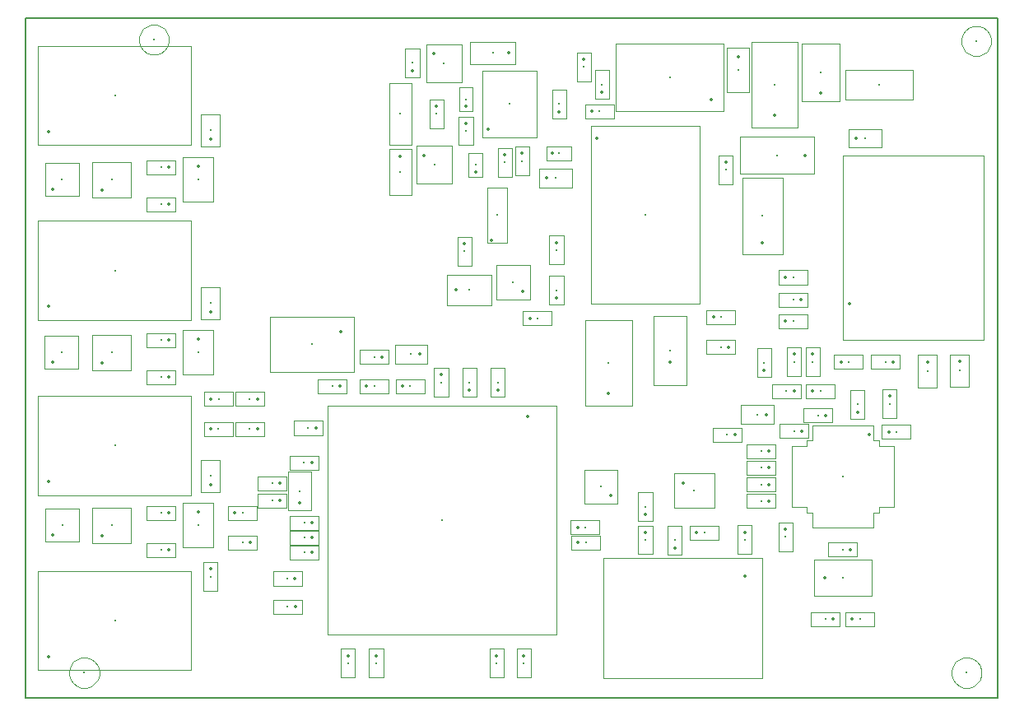
<source format=gbr>
%TF.GenerationSoftware,KiCad,Pcbnew,7.0.10*%
%TF.CreationDate,2025-02-13T15:28:56-06:00*%
%TF.ProjectId,IR2IP,49523249-502e-46b6-9963-61645f706362,rev?*%
%TF.SameCoordinates,PX55fe290PY8062360*%
%TF.FileFunction,Component,L1,Top*%
%TF.FilePolarity,Positive*%
%FSLAX46Y46*%
G04 Gerber Fmt 4.6, Leading zero omitted, Abs format (unit mm)*
G04 Created by KiCad (PCBNEW 7.0.10) date 2025-02-13 15:28:56*
%MOMM*%
%LPD*%
G01*
G04 APERTURE LIST*
%TA.AperFunction,ComponentMain*%
%ADD10C,0.300000*%
%TD*%
%TA.AperFunction,ComponentOutline,Courtyard*%
%ADD11C,0.100000*%
%TD*%
%TA.AperFunction,ComponentPin*%
%ADD12C,0.100000*%
%TD*%
%TA.AperFunction,ComponentPin*%
%ADD13P,0.360000X4X0.000000*%
%TD*%
%TA.AperFunction,ComponentOutline,Footprint*%
%ADD14C,0.100000*%
%TD*%
%TA.AperFunction,Profile*%
%ADD15C,0.150000*%
%TD*%
G04 APERTURE END LIST*
D10*
%TO.C,D1*%
%TO.CFtp,DO-214AC*%
%TO.CVal,SMAJ58A*%
%TO.CLbN,digikey-footprints*%
%TO.CMnt,SMD*%
%TO.CRot,0*%
X87830000Y63100000D03*
D11*
X91329999Y64649999D02*
X91329999Y61550001D01*
X84330001Y61550001D01*
X84330001Y64649999D01*
X91329999Y64649999D01*
D12*
%TO.P,D1,A,A*%
X89830000Y63100000D03*
%TO.P,D1,K,K*%
X85830000Y63100000D03*
%TD*%
D10*
%TO.C,R7*%
%TO.CFtp,R_0603_1608Metric*%
%TO.CVal,6.8k*%
%TO.CLbN,Resistor_SMD*%
%TO.CMnt,SMD*%
%TO.CRot,-90*%
X49330000Y55120000D03*
D11*
X50059999Y56599999D02*
X50059999Y53640001D01*
X48600001Y53640001D01*
X48600001Y56599999D01*
X50059999Y56599999D01*
D13*
%TO.P,R7,1*%
X49330000Y55907500D03*
D12*
%TO.P,R7,2*%
X49330000Y54332500D03*
%TD*%
D10*
%TO.C,C13*%
%TO.CFtp,C_0603_1608Metric*%
%TO.CVal,33pF*%
%TO.CLbN,Capacitor_SMD*%
%TO.CMnt,SMD*%
%TO.CRot,0*%
X85852000Y8128000D03*
D11*
X87331999Y8857999D02*
X87331999Y7398001D01*
X84372001Y7398001D01*
X84372001Y8857999D01*
X87331999Y8857999D01*
D13*
%TO.P,C13,1*%
X85064500Y8128000D03*
D12*
%TO.P,C13,2*%
X86639500Y8128000D03*
%TD*%
D10*
%TO.C,C15*%
%TO.CFtp,C_0603_1608Metric*%
%TO.CVal,0.1uF*%
%TO.CLbN,Capacitor_SMD*%
%TO.CMnt,SMD*%
%TO.CRot,-90*%
X78200000Y16588000D03*
D11*
X78929999Y18067999D02*
X78929999Y15108001D01*
X77470001Y15108001D01*
X77470001Y18067999D01*
X78929999Y18067999D01*
D13*
%TO.P,C15,1*%
X78200000Y17375500D03*
D12*
%TO.P,C15,2*%
X78200000Y15800500D03*
%TD*%
D10*
%TO.C,C16*%
%TO.CFtp,C_0603_1608Metric*%
%TO.CVal,0.01uF*%
%TO.CLbN,Capacitor_SMD*%
%TO.CMnt,SMD*%
%TO.CRot,180*%
X72200000Y27100000D03*
D11*
X73679999Y27829999D02*
X73679999Y26370001D01*
X70720001Y26370001D01*
X70720001Y27829999D01*
X73679999Y27829999D01*
D13*
%TO.P,C16,1*%
X72987500Y27100000D03*
D12*
%TO.P,C16,2*%
X71412500Y27100000D03*
%TD*%
D10*
%TO.C,C18*%
%TO.CFtp,C_0603_1608Metric*%
%TO.CVal,0.01uF*%
%TO.CLbN,Capacitor_SMD*%
%TO.CMnt,SMD*%
%TO.CRot,180*%
X75700000Y20300000D03*
D11*
X77179999Y21029999D02*
X77179999Y19570001D01*
X74220001Y19570001D01*
X74220001Y21029999D01*
X77179999Y21029999D01*
D13*
%TO.P,C18,1*%
X76487500Y20300000D03*
D12*
%TO.P,C18,2*%
X74912500Y20300000D03*
%TD*%
D10*
%TO.C,C20*%
%TO.CFtp,C_0603_1608Metric*%
%TO.CVal,0.1uF*%
%TO.CLbN,Capacitor_SMD*%
%TO.CMnt,SMD*%
%TO.CRot,180*%
X75700000Y23700000D03*
D11*
X77179999Y24429999D02*
X77179999Y22970001D01*
X74220001Y22970001D01*
X74220001Y24429999D01*
X77179999Y24429999D01*
D13*
%TO.P,C20,1*%
X76487500Y23700000D03*
D12*
%TO.P,C20,2*%
X74912500Y23700000D03*
%TD*%
D10*
%TO.C,C21*%
%TO.CFtp,C_0603_1608Metric*%
%TO.CVal,0.1uF*%
%TO.CLbN,Capacitor_SMD*%
%TO.CMnt,SMD*%
%TO.CRot,180*%
X75700000Y25400000D03*
D11*
X77179999Y26129999D02*
X77179999Y24670001D01*
X74220001Y24670001D01*
X74220001Y26129999D01*
X77179999Y26129999D01*
D13*
%TO.P,C21,1*%
X76487500Y25400000D03*
D12*
%TO.P,C21,2*%
X74912500Y25400000D03*
%TD*%
D10*
%TO.C,FB1*%
%TO.CFtp,L_0805_2012Metric*%
%TO.CVal,Ferrite_Bead*%
%TO.CLbN,Inductor_SMD*%
%TO.CMnt,SMD*%
%TO.CRot,180*%
X75300000Y29200000D03*
D11*
X76979999Y30149999D02*
X76979999Y28250001D01*
X73620001Y28250001D01*
X73620001Y30149999D01*
X76979999Y30149999D01*
D13*
%TO.P,FB1,1*%
X76237500Y29200000D03*
D12*
%TO.P,FB1,2*%
X74362500Y29200000D03*
%TD*%
D10*
%TO.C,J1*%
%TO.CFtp,7499210121A*%
%TO.CVal,WE-RJ45LAN*%
%TO.CLbN,luken-footprints*%
%TO.CMnt,TH*%
%TO.CRot,-90*%
X100070000Y46330000D03*
D14*
X98610000Y55825000D02*
X84080000Y55825000D01*
X84080000Y36835000D01*
X98610000Y36835000D01*
X98610000Y55825000D01*
D13*
%TO.P,J1,1,RD+*%
X84830000Y40615000D03*
D12*
%TO.P,J1,*%
X93720000Y52045000D03*
X93720000Y40615000D03*
%TO.P,J1,2,RD-*%
X87370000Y41885000D03*
%TO.P,J1,3,RCT*%
X84830000Y43155000D03*
%TO.P,J1,4,TCT*%
X87370000Y44425000D03*
%TO.P,J1,5,TD+*%
X84830000Y45695000D03*
%TO.P,J1,6,TD-*%
X87370000Y46965000D03*
%TO.P,J1,7*%
X84830000Y48235000D03*
%TO.P,J1,8*%
X87370000Y49505000D03*
%TO.P,J1,9,VC1+*%
X84830000Y50775000D03*
%TO.P,J1,10,VC1-*%
X87370000Y52045000D03*
%TO.P,J1,11,YA*%
X97800000Y39700000D03*
%TO.P,J1,12,YK*%
X97800000Y42240000D03*
%TO.P,J1,13,GA*%
X97800000Y50420000D03*
%TO.P,J1,14,GK*%
X97800000Y52960000D03*
%TO.P,J1,SH1,SHLD*%
X90670000Y54075000D03*
%TO.P,J1,SH2,SHLD*%
X90670000Y38585000D03*
%TD*%
D10*
%TO.C,R15*%
%TO.CFtp,R_0603_1608Metric*%
%TO.CVal,1M*%
%TO.CLbN,Resistor_SMD*%
%TO.CMnt,SMD*%
%TO.CRot,180*%
X84100000Y15300000D03*
D11*
X85579999Y16029999D02*
X85579999Y14570001D01*
X82620001Y14570001D01*
X82620001Y16029999D01*
X85579999Y16029999D01*
D13*
%TO.P,R15,1*%
X84887500Y15300000D03*
D12*
%TO.P,R15,2*%
X83312500Y15300000D03*
%TD*%
D10*
%TO.C,C17*%
%TO.CFtp,C_0603_1608Metric*%
%TO.CVal,0.01uF*%
%TO.CLbN,Capacitor_SMD*%
%TO.CMnt,SMD*%
%TO.CRot,0*%
X89612000Y27400000D03*
D11*
X91091999Y28129999D02*
X91091999Y26670001D01*
X88132001Y26670001D01*
X88132001Y28129999D01*
X91091999Y28129999D01*
D13*
%TO.P,C17,1*%
X88824500Y27400000D03*
D12*
%TO.P,C17,2*%
X90399500Y27400000D03*
%TD*%
D10*
%TO.C,C12*%
%TO.CFtp,C_0603_1608Metric*%
%TO.CVal,33pF*%
%TO.CLbN,Capacitor_SMD*%
%TO.CMnt,SMD*%
%TO.CRot,180*%
X82296000Y8128000D03*
D11*
X83775999Y8857999D02*
X83775999Y7398001D01*
X80816001Y7398001D01*
X80816001Y8857999D01*
X83775999Y8857999D01*
D13*
%TO.P,C12,1*%
X83083500Y8128000D03*
D12*
%TO.P,C12,2*%
X81508500Y8128000D03*
%TD*%
D10*
%TO.C,C26*%
%TO.CFtp,C_0603_1608Metric*%
%TO.CVal,0.1uF*%
%TO.CLbN,Capacitor_SMD*%
%TO.CMnt,SMD*%
%TO.CRot,90*%
X85598000Y30226000D03*
D11*
X86327999Y31705999D02*
X86327999Y28746001D01*
X84868001Y28746001D01*
X84868001Y31705999D01*
X86327999Y31705999D01*
D13*
%TO.P,C26,1*%
X85598000Y29438500D03*
D12*
%TO.P,C26,2*%
X85598000Y31013500D03*
%TD*%
D10*
%TO.C,C27*%
%TO.CFtp,C_0603_1608Metric*%
%TO.CVal,0.1uF*%
%TO.CLbN,Capacitor_SMD*%
%TO.CMnt,SMD*%
%TO.CRot,-90*%
X88900000Y30300000D03*
D11*
X89629999Y31779999D02*
X89629999Y28820001D01*
X88170001Y28820001D01*
X88170001Y31779999D01*
X89629999Y31779999D01*
D13*
%TO.P,C27,1*%
X88900000Y31087500D03*
D12*
%TO.P,C27,2*%
X88900000Y29512500D03*
%TD*%
D10*
%TO.C,C28*%
%TO.CFtp,C_0603_1608Metric*%
%TO.CVal,0.022uF*%
%TO.CLbN,Capacitor_SMD*%
%TO.CMnt,SMD*%
%TO.CRot,0*%
X79000000Y43300000D03*
D11*
X80479999Y44029999D02*
X80479999Y42570001D01*
X77520001Y42570001D01*
X77520001Y44029999D01*
X80479999Y44029999D01*
D13*
%TO.P,C28,1*%
X78212500Y43300000D03*
D12*
%TO.P,C28,2*%
X79787500Y43300000D03*
%TD*%
D10*
%TO.C,R21*%
%TO.CFtp,R_0805_2012Metric*%
%TO.CVal,330*%
%TO.CLbN,Resistor_SMD*%
%TO.CMnt,SMD*%
%TO.CRot,-90*%
X96100000Y33700000D03*
D11*
X97049999Y35379999D02*
X97049999Y32020001D01*
X95150001Y32020001D01*
X95150001Y35379999D01*
X97049999Y35379999D01*
D13*
%TO.P,R21,1*%
X96100000Y34637500D03*
D12*
%TO.P,R21,2*%
X96100000Y32762500D03*
%TD*%
D10*
%TO.C,R22*%
%TO.CFtp,R_0805_2012Metric*%
%TO.CVal,330*%
%TO.CLbN,Resistor_SMD*%
%TO.CMnt,SMD*%
%TO.CRot,-90*%
X92800000Y33662000D03*
D11*
X93749999Y35341999D02*
X93749999Y31982001D01*
X91850001Y31982001D01*
X91850001Y35341999D01*
X93749999Y35341999D01*
D13*
%TO.P,R22,1*%
X92800000Y34599500D03*
D12*
%TO.P,R22,2*%
X92800000Y32724500D03*
%TD*%
D10*
%TO.C,Y1*%
%TO.CFtp,Crystal_SMD_TXC_7A-2Pin_5x3.2mm*%
%TO.CVal,25MHz*%
%TO.CLbN,Crystal*%
%TO.CMnt,SMD*%
%TO.CRot,0*%
X84100000Y12400000D03*
D11*
X87049999Y14249999D02*
X87049999Y10550001D01*
X81150001Y10550001D01*
X81150001Y14249999D01*
X87049999Y14249999D01*
D13*
%TO.P,Y1,1,1*%
X82250000Y12400000D03*
D12*
%TO.P,Y1,2,2*%
X85950000Y12400000D03*
%TD*%
D10*
%TO.C,C25*%
%TO.CFtp,C_0603_1608Metric*%
%TO.CVal,0.1uF*%
%TO.CLbN,Capacitor_SMD*%
%TO.CMnt,SMD*%
%TO.CRot,180*%
X81534000Y29100000D03*
D11*
X83013999Y29829999D02*
X83013999Y28370001D01*
X80054001Y28370001D01*
X80054001Y29829999D01*
X83013999Y29829999D01*
D13*
%TO.P,C25,1*%
X82321500Y29100000D03*
D12*
%TO.P,C25,2*%
X80746500Y29100000D03*
%TD*%
D10*
%TO.C,R23*%
%TO.CFtp,R_0603_1608Metric*%
%TO.CVal,10*%
%TO.CLbN,Resistor_SMD*%
%TO.CMnt,SMD*%
%TO.CRot,180*%
X79000000Y41000000D03*
D11*
X80479999Y41729999D02*
X80479999Y40270001D01*
X77520001Y40270001D01*
X77520001Y41729999D01*
X80479999Y41729999D01*
D13*
%TO.P,R23,1*%
X79787500Y41000000D03*
D12*
%TO.P,R23,2*%
X78212500Y41000000D03*
%TD*%
D10*
%TO.C,C19*%
%TO.CFtp,C_0603_1608Metric*%
%TO.CVal,0.01uF*%
%TO.CLbN,Capacitor_SMD*%
%TO.CMnt,SMD*%
%TO.CRot,90*%
X76000000Y34500000D03*
D11*
X76729999Y35979999D02*
X76729999Y33020001D01*
X75270001Y33020001D01*
X75270001Y35979999D01*
X76729999Y35979999D01*
D13*
%TO.P,C19,1*%
X76000000Y33712500D03*
D12*
%TO.P,C19,2*%
X76000000Y35287500D03*
%TD*%
D10*
%TO.C,U4*%
%TO.CFtp,LQFP-48_7x7mm_P0.5mm*%
%TO.CVal,W5500*%
%TO.CLbN,Package_QFP*%
%TO.CMnt,SMD*%
%TO.CRot,-90*%
X84100000Y22800000D03*
D11*
X87229999Y28049999D02*
X87229999Y26550000D01*
X87230000Y26549999D01*
X87849999Y26549999D01*
X87849999Y25930000D01*
X87850000Y25929999D01*
X89349999Y25929999D01*
X89349999Y19670001D01*
X87850000Y19670001D01*
X87849999Y19670000D01*
X87849999Y19050001D01*
X87230000Y19050001D01*
X87229999Y19050000D01*
X87229999Y17550001D01*
X80970001Y17550001D01*
X80970001Y19050000D01*
X80970000Y19050001D01*
X80350001Y19050001D01*
X80350001Y19670000D01*
X80350000Y19670001D01*
X78850001Y19670001D01*
X78850001Y25929999D01*
X80350000Y25929999D01*
X80350001Y25930000D01*
X80350001Y26549999D01*
X80970000Y26549999D01*
X80970001Y26550000D01*
X80970001Y28049999D01*
X87229999Y28049999D01*
D13*
%TO.P,U4,1,TXN*%
X86850000Y27150000D03*
D12*
%TO.P,U4,2,TXP*%
X86350000Y27150000D03*
%TO.P,U4,3,AGND*%
X85850000Y27150000D03*
%TO.P,U4,4,AVDD*%
X85350000Y27150000D03*
%TO.P,U4,5,RXN*%
X84850000Y27150000D03*
%TO.P,U4,6,RXP*%
X84350000Y27150000D03*
%TO.P,U4,7,DNC*%
X83850000Y27150000D03*
%TO.P,U4,8,AVDD*%
X83350000Y27150000D03*
%TO.P,U4,9,AGND*%
X82850000Y27150000D03*
%TO.P,U4,10,EXRES1*%
X82350000Y27150000D03*
%TO.P,U4,11,AVDD*%
X81850000Y27150000D03*
%TO.P,U4,12,NC*%
X81350000Y27150000D03*
%TO.P,U4,13,NC*%
X79750000Y25550000D03*
%TO.P,U4,14,AGND*%
X79750000Y25050000D03*
%TO.P,U4,15,AVDD*%
X79750000Y24550000D03*
%TO.P,U4,16,AGND*%
X79750000Y24050000D03*
%TO.P,U4,17,AVDD*%
X79750000Y23550000D03*
%TO.P,U4,18,VBG*%
X79750000Y23050000D03*
%TO.P,U4,19,AGND*%
X79750000Y22550000D03*
%TO.P,U4,20,TOCAP*%
X79750000Y22050000D03*
%TO.P,U4,21,AVDD*%
X79750000Y21550000D03*
%TO.P,U4,22,1V2O*%
X79750000Y21050000D03*
%TO.P,U4,23,RSVD*%
X79750000Y20550000D03*
%TO.P,U4,24,SPDLED*%
X79750000Y20050000D03*
%TO.P,U4,25,LINKLED*%
X81350000Y18450000D03*
%TO.P,U4,26,DUPLED*%
X81850000Y18450000D03*
%TO.P,U4,27,ACTLED*%
X82350000Y18450000D03*
%TO.P,U4,28,VDD*%
X82850000Y18450000D03*
%TO.P,U4,29,GND*%
X83350000Y18450000D03*
%TO.P,U4,30,XI/CLKIN*%
X83850000Y18450000D03*
%TO.P,U4,31,XO*%
X84350000Y18450000D03*
%TO.P,U4,32,~{SCS}*%
X84850000Y18450000D03*
%TO.P,U4,33,SCLK*%
X85350000Y18450000D03*
%TO.P,U4,34,MISO*%
X85850000Y18450000D03*
%TO.P,U4,35,MOSI*%
X86350000Y18450000D03*
%TO.P,U4,36,~{INT}*%
X86850000Y18450000D03*
%TO.P,U4,37,~{RESET}*%
X88450000Y20050000D03*
%TO.P,U4,38,RSVD*%
X88450000Y20550000D03*
%TO.P,U4,39,RSVD*%
X88450000Y21050000D03*
%TO.P,U4,40,RSVD*%
X88450000Y21550000D03*
%TO.P,U4,41,RSVD*%
X88450000Y22050000D03*
%TO.P,U4,42,RSVD*%
X88450000Y22550000D03*
%TO.P,U4,43,PMODE2*%
X88450000Y23050000D03*
%TO.P,U4,44,PMODE1*%
X88450000Y23550000D03*
%TO.P,U4,45,PMODE0*%
X88450000Y24050000D03*
%TO.P,U4,46,NC*%
X88450000Y24550000D03*
%TO.P,U4,47,NC*%
X88450000Y25050000D03*
%TO.P,U4,48,AGND*%
X88450000Y25550000D03*
%TD*%
D10*
%TO.C,R18*%
%TO.CFtp,R_0603_1608Metric*%
%TO.CVal,49.9*%
%TO.CLbN,Resistor_SMD*%
%TO.CMnt,SMD*%
%TO.CRot,180*%
X88500000Y34600000D03*
D11*
X89979999Y35329999D02*
X89979999Y33870001D01*
X87020001Y33870001D01*
X87020001Y35329999D01*
X89979999Y35329999D01*
D13*
%TO.P,R18,1*%
X89287500Y34600000D03*
D12*
%TO.P,R18,2*%
X87712500Y34600000D03*
%TD*%
D10*
%TO.C,R19*%
%TO.CFtp,R_0603_1608Metric*%
%TO.CVal,49.9*%
%TO.CLbN,Resistor_SMD*%
%TO.CMnt,SMD*%
%TO.CRot,180*%
X78300000Y31600000D03*
D11*
X79779999Y32329999D02*
X79779999Y30870001D01*
X76820001Y30870001D01*
X76820001Y32329999D01*
X79779999Y32329999D01*
D13*
%TO.P,R19,1*%
X79087500Y31600000D03*
D12*
%TO.P,R19,2*%
X77512500Y31600000D03*
%TD*%
D10*
%TO.C,C24*%
%TO.CFtp,C_0603_1608Metric*%
%TO.CVal,6800pF*%
%TO.CLbN,Capacitor_SMD*%
%TO.CMnt,SMD*%
%TO.CRot,-90*%
X81000000Y34600000D03*
D11*
X81729999Y36079999D02*
X81729999Y33120001D01*
X80270001Y33120001D01*
X80270001Y36079999D01*
X81729999Y36079999D01*
D13*
%TO.P,C24,1*%
X81000000Y35387500D03*
D12*
%TO.P,C24,2*%
X81000000Y33812500D03*
%TD*%
D10*
%TO.C,R20*%
%TO.CFtp,R_0603_1608Metric*%
%TO.CVal,49.9*%
%TO.CLbN,Resistor_SMD*%
%TO.CMnt,SMD*%
%TO.CRot,0*%
X84700000Y34600000D03*
D11*
X86179999Y35329999D02*
X86179999Y33870001D01*
X83220001Y33870001D01*
X83220001Y35329999D01*
X86179999Y35329999D01*
D13*
%TO.P,R20,1*%
X83912500Y34600000D03*
D12*
%TO.P,R20,2*%
X85487500Y34600000D03*
%TD*%
D10*
%TO.C,R17*%
%TO.CFtp,R_0603_1608Metric*%
%TO.CVal,49.9*%
%TO.CLbN,Resistor_SMD*%
%TO.CMnt,SMD*%
%TO.CRot,0*%
X81800000Y31600000D03*
D11*
X83279999Y32329999D02*
X83279999Y30870001D01*
X80320001Y30870001D01*
X80320001Y32329999D01*
X83279999Y32329999D01*
D13*
%TO.P,R17,1*%
X81012500Y31600000D03*
D12*
%TO.P,R17,2*%
X82587500Y31600000D03*
%TD*%
D10*
%TO.C,C23*%
%TO.CFtp,C_0603_1608Metric*%
%TO.CVal,6800pF*%
%TO.CLbN,Capacitor_SMD*%
%TO.CMnt,SMD*%
%TO.CRot,-90*%
X79100000Y34600000D03*
D11*
X79829999Y36079999D02*
X79829999Y33120001D01*
X78370001Y33120001D01*
X78370001Y36079999D01*
X79829999Y36079999D01*
D13*
%TO.P,C23,1*%
X79100000Y35387500D03*
D12*
%TO.P,C23,2*%
X79100000Y33812500D03*
%TD*%
D10*
%TO.C,C14*%
%TO.CFtp,C_0603_1608Metric*%
%TO.CVal,4.7uF*%
%TO.CLbN,Capacitor_SMD*%
%TO.CMnt,SMD*%
%TO.CRot,180*%
X75700000Y22000000D03*
D11*
X77179999Y22729999D02*
X77179999Y21270001D01*
X74220001Y21270001D01*
X74220001Y22729999D01*
X77179999Y22729999D01*
D13*
%TO.P,C14,1*%
X76487500Y22000000D03*
D12*
%TO.P,C14,2*%
X74912500Y22000000D03*
%TD*%
D10*
%TO.C,R16*%
%TO.CFtp,R_0603_1608Metric*%
%TO.CVal,12.4k*%
%TO.CLbN,Resistor_SMD*%
%TO.CMnt,SMD*%
%TO.CRot,180*%
X79100000Y27500000D03*
D11*
X80579999Y28229999D02*
X80579999Y26770001D01*
X77620001Y26770001D01*
X77620001Y28229999D01*
X80579999Y28229999D01*
D13*
%TO.P,R16,1*%
X79887500Y27500000D03*
D12*
%TO.P,R16,2*%
X78312500Y27500000D03*
%TD*%
D10*
%TO.C,C22*%
%TO.CFtp,C_0603_1608Metric*%
%TO.CVal,0.1uF*%
%TO.CLbN,Capacitor_SMD*%
%TO.CMnt,SMD*%
%TO.CRot,0*%
X79000000Y38800000D03*
D11*
X80479999Y39529999D02*
X80479999Y38070001D01*
X77520001Y38070001D01*
X77520001Y39529999D01*
X80479999Y39529999D01*
D13*
%TO.P,C22,1*%
X78212500Y38800000D03*
D12*
%TO.P,C22,2*%
X79787500Y38800000D03*
%TD*%
D10*
%TO.C,D2*%
%TO.CFtp,D_SOD-123*%
%TO.CVal,1N4148W*%
%TO.CLbN,Diode_SMD*%
%TO.CMnt,SMD*%
%TO.CRot,180*%
X48100000Y66400000D03*
D11*
X50449999Y67549999D02*
X50449999Y65250001D01*
X45750001Y65250001D01*
X45750001Y67549999D01*
X50449999Y67549999D01*
D13*
%TO.P,D2,1,K*%
X49750000Y66400000D03*
D12*
%TO.P,D2,2,A*%
X46450000Y66400000D03*
%TD*%
D10*
%TO.C,C1*%
%TO.CFtp,C_0805_2012Metric*%
%TO.CVal,0.1uF*%
%TO.CLbN,Capacitor_SMD*%
%TO.CMnt,SMD*%
%TO.CRot,0*%
X86400000Y57600000D03*
D11*
X88079999Y58549999D02*
X88079999Y56650001D01*
X84720001Y56650001D01*
X84720001Y58549999D01*
X88079999Y58549999D01*
D13*
%TO.P,C1,1*%
X85462500Y57600000D03*
D12*
%TO.P,C1,2*%
X87337500Y57600000D03*
%TD*%
D10*
%TO.C,C2*%
%TO.CFtp,C_1812_4532Metric*%
%TO.CVal,1uF*%
%TO.CLbN,Capacitor_SMD*%
%TO.CMnt,SMD*%
%TO.CRot,90*%
X81830000Y64370000D03*
D11*
X83779999Y67319999D02*
X83779999Y61420001D01*
X79880001Y61420001D01*
X79880001Y67319999D01*
X83779999Y67319999D01*
D13*
%TO.P,C2,1*%
X81830000Y62232500D03*
D12*
%TO.P,C2,2*%
X81830000Y66507500D03*
%TD*%
D10*
%TO.C,C4*%
%TO.CFtp,C_0603_1608Metric*%
%TO.CVal,0.1uF*%
%TO.CLbN,Capacitor_SMD*%
%TO.CMnt,SMD*%
%TO.CRot,-90*%
X51110000Y55262500D03*
D11*
X51839999Y56742499D02*
X51839999Y53782501D01*
X50380001Y53782501D01*
X50380001Y56742499D01*
X51839999Y56742499D01*
D13*
%TO.P,C4,1*%
X51110000Y56050000D03*
D12*
%TO.P,C4,2*%
X51110000Y54475000D03*
%TD*%
D10*
%TO.C,C5*%
%TO.CFtp,C_0805_2012Metric*%
%TO.CVal,4.7uF*%
%TO.CLbN,Capacitor_SMD*%
%TO.CMnt,SMD*%
%TO.CRot,0*%
X54588000Y53510000D03*
D11*
X56267999Y54459999D02*
X56267999Y52560001D01*
X52908001Y52560001D01*
X52908001Y54459999D01*
X56267999Y54459999D01*
D13*
%TO.P,C5,1*%
X53650500Y53510000D03*
D12*
%TO.P,C5,2*%
X55525500Y53510000D03*
%TD*%
D10*
%TO.C,C6*%
%TO.CFtp,C_0603_1608Metric*%
%TO.CVal,150pF*%
%TO.CLbN,Capacitor_SMD*%
%TO.CMnt,SMD*%
%TO.CRot,-90*%
X72080000Y54370000D03*
D11*
X72809999Y55849999D02*
X72809999Y52890001D01*
X71350001Y52890001D01*
X71350001Y55849999D01*
X72809999Y55849999D01*
D13*
%TO.P,C6,1*%
X72080000Y55157500D03*
D12*
%TO.P,C6,2*%
X72080000Y53582500D03*
%TD*%
D10*
%TO.C,C8*%
%TO.CFtp,C_0603_1608Metric*%
%TO.CVal,33nF*%
%TO.CLbN,Capacitor_SMD*%
%TO.CMnt,SMD*%
%TO.CRot,-90*%
X54650000Y46097500D03*
D11*
X55379999Y47577499D02*
X55379999Y44617501D01*
X53920001Y44617501D01*
X53920001Y47577499D01*
X55379999Y47577499D01*
D13*
%TO.P,C8,1*%
X54650000Y46885000D03*
D12*
%TO.P,C8,2*%
X54650000Y45310000D03*
%TD*%
D10*
%TO.C,C9*%
%TO.CFtp,C_0603_1608Metric*%
%TO.CVal,470pF*%
%TO.CLbN,Capacitor_SMD*%
%TO.CMnt,SMD*%
%TO.CRot,180*%
X71580000Y36120000D03*
D11*
X73059999Y36849999D02*
X73059999Y35390001D01*
X70100001Y35390001D01*
X70100001Y36849999D01*
X73059999Y36849999D01*
D13*
%TO.P,C9,1*%
X72367500Y36120000D03*
D12*
%TO.P,C9,2*%
X70792500Y36120000D03*
%TD*%
D10*
%TO.C,C10*%
%TO.CFtp,C_1210_3225Metric*%
%TO.CVal,100uF*%
%TO.CLbN,Capacitor_SMD*%
%TO.CMnt,SMD*%
%TO.CRot,0*%
X45700000Y42000000D03*
D11*
X47979999Y43579999D02*
X47979999Y40420001D01*
X43420001Y40420001D01*
X43420001Y43579999D01*
X47979999Y43579999D01*
D13*
%TO.P,C10,1*%
X44300000Y42000000D03*
D12*
%TO.P,C10,2*%
X47100000Y42000000D03*
%TD*%
D10*
%TO.C,D3*%
%TO.CFtp,D_SOD-123*%
%TO.CVal,1N4148W*%
%TO.CLbN,Diode_SMD*%
%TO.CMnt,SMD*%
%TO.CRot,-90*%
X38580000Y54120000D03*
D11*
X39729999Y56469999D02*
X39729999Y51770001D01*
X37430001Y51770001D01*
X37430001Y56469999D01*
X39729999Y56469999D01*
D13*
%TO.P,D3,1,K*%
X38580000Y55770000D03*
D12*
%TO.P,D3,2,A*%
X38580000Y52470000D03*
%TD*%
D10*
%TO.C,D4*%
%TO.CFtp,D_SOD-523*%
%TO.CVal,BAS516*%
%TO.CLbN,Diode_SMD*%
%TO.CMnt,SMD*%
%TO.CRot,90*%
X45330000Y61620000D03*
D11*
X46029999Y62869999D02*
X46029999Y60370001D01*
X44630001Y60370001D01*
X44630001Y62869999D01*
X46029999Y62869999D01*
D13*
%TO.P,D4,1,K*%
X45330000Y60920000D03*
D12*
%TO.P,D4,2,A*%
X45330000Y62320000D03*
%TD*%
D10*
%TO.C,D5*%
%TO.CFtp,D_SOD-523*%
%TO.CVal,BAS516*%
%TO.CLbN,Diode_SMD*%
%TO.CMnt,SMD*%
%TO.CRot,90*%
X46330000Y54870000D03*
D11*
X47029999Y56119999D02*
X47029999Y53620001D01*
X45630001Y53620001D01*
X45630001Y56119999D01*
X47029999Y56119999D01*
D13*
%TO.P,D5,1,K*%
X46330000Y54170000D03*
D12*
%TO.P,D5,2,A*%
X46330000Y55570000D03*
%TD*%
D10*
%TO.C,D6*%
%TO.CFtp,D_SOD-523*%
%TO.CVal,BAS516*%
%TO.CLbN,Diode_SMD*%
%TO.CMnt,SMD*%
%TO.CRot,0*%
X54920000Y56050000D03*
D11*
X56169999Y56749999D02*
X56169999Y55350001D01*
X53670001Y55350001D01*
X53670001Y56749999D01*
X56169999Y56749999D01*
D13*
%TO.P,D6,1,K*%
X54220000Y56050000D03*
D12*
%TO.P,D6,2,A*%
X55620000Y56050000D03*
%TD*%
D10*
%TO.C,Q1*%
%TO.CFtp,SOT-23-3*%
%TO.CVal,MMBTA42LT1G*%
%TO.CLbN,digikey-footprints*%
%TO.CMnt,SMD*%
%TO.CRot,0*%
X43090000Y65350000D03*
D11*
X44914999Y67299999D02*
X44914999Y63400001D01*
X41265001Y63400001D01*
X41265001Y67299999D01*
X44914999Y67299999D01*
D13*
%TO.P,Q1,1,B*%
X42040000Y66300000D03*
D12*
%TO.P,Q1,2,E*%
X42040000Y64400000D03*
%TO.P,Q1,3,C*%
X44140000Y65350000D03*
%TD*%
D10*
%TO.C,R1*%
%TO.CFtp,R_0603_1608Metric*%
%TO.CVal,45.3*%
%TO.CLbN,Resistor_SMD*%
%TO.CMnt,SMD*%
%TO.CRot,-90*%
X45330000Y58370000D03*
D11*
X46059999Y59849999D02*
X46059999Y56890001D01*
X44600001Y56890001D01*
X44600001Y59849999D01*
X46059999Y59849999D01*
D13*
%TO.P,R1,1*%
X45330000Y59157500D03*
D12*
%TO.P,R1,2*%
X45330000Y57582500D03*
%TD*%
D10*
%TO.C,R2*%
%TO.CFtp,R_0603_1608Metric*%
%TO.CVal,220k*%
%TO.CLbN,Resistor_SMD*%
%TO.CMnt,SMD*%
%TO.CRot,90*%
X39830000Y65370000D03*
D11*
X40559999Y66849999D02*
X40559999Y63890001D01*
X39100001Y63890001D01*
X39100001Y66849999D01*
X40559999Y66849999D01*
D13*
%TO.P,R2,1*%
X39830000Y64582500D03*
D12*
%TO.P,R2,2*%
X39830000Y66157500D03*
%TD*%
D10*
%TO.C,R3*%
%TO.CFtp,R_0603_1608Metric*%
%TO.CVal,100k*%
%TO.CLbN,Resistor_SMD*%
%TO.CMnt,SMD*%
%TO.CRot,90*%
X54920000Y61130000D03*
D11*
X55649999Y62609999D02*
X55649999Y59650001D01*
X54190001Y59650001D01*
X54190001Y62609999D01*
X55649999Y62609999D01*
D13*
%TO.P,R3,1*%
X54920000Y60342500D03*
D12*
%TO.P,R3,2*%
X54920000Y61917500D03*
%TD*%
D10*
%TO.C,R4*%
%TO.CFtp,R_0603_1608Metric*%
%TO.CVal,10k*%
%TO.CLbN,Resistor_SMD*%
%TO.CMnt,SMD*%
%TO.CRot,-90*%
X42330000Y60120000D03*
D11*
X43059999Y61599999D02*
X43059999Y58640001D01*
X41600001Y58640001D01*
X41600001Y61599999D01*
X43059999Y61599999D01*
D13*
%TO.P,R4,1*%
X42330000Y60907500D03*
D12*
%TO.P,R4,2*%
X42330000Y59332500D03*
%TD*%
D10*
%TO.C,R5*%
%TO.CFtp,R_0603_1608Metric*%
%TO.CVal,10k*%
%TO.CLbN,Resistor_SMD*%
%TO.CMnt,SMD*%
%TO.CRot,90*%
X59330000Y63120000D03*
D11*
X60059999Y64599999D02*
X60059999Y61640001D01*
X58600001Y61640001D01*
X58600001Y64599999D01*
X60059999Y64599999D01*
D13*
%TO.P,R5,1*%
X59330000Y62332500D03*
D12*
%TO.P,R5,2*%
X59330000Y63907500D03*
%TD*%
D10*
%TO.C,R6*%
%TO.CFtp,R_0603_1608Metric*%
%TO.CVal,220k*%
%TO.CLbN,Resistor_SMD*%
%TO.CMnt,SMD*%
%TO.CRot,-90*%
X57460000Y64940000D03*
D11*
X58189999Y66419999D02*
X58189999Y63460001D01*
X56730001Y63460001D01*
X56730001Y66419999D01*
X58189999Y66419999D01*
D13*
%TO.P,R6,1*%
X57460000Y65727500D03*
D12*
%TO.P,R6,2*%
X57460000Y64152500D03*
%TD*%
D10*
%TO.C,R13*%
%TO.CFtp,R_0603_1608Metric*%
%TO.CVal,100k*%
%TO.CLbN,Resistor_SMD*%
%TO.CMnt,SMD*%
%TO.CRot,90*%
X54650000Y41982500D03*
D11*
X55379999Y43462499D02*
X55379999Y40502501D01*
X53920001Y40502501D01*
X53920001Y43462499D01*
X55379999Y43462499D01*
D13*
%TO.P,R13,1*%
X54650000Y41195000D03*
D12*
%TO.P,R13,2*%
X54650000Y42770000D03*
%TD*%
D10*
%TO.C,R14*%
%TO.CFtp,R_0603_1608Metric*%
%TO.CVal,60.4k*%
%TO.CLbN,Resistor_SMD*%
%TO.CMnt,SMD*%
%TO.CRot,0*%
X52700000Y39100000D03*
D11*
X54179999Y39829999D02*
X54179999Y38370001D01*
X51220001Y38370001D01*
X51220001Y39829999D01*
X54179999Y39829999D01*
D13*
%TO.P,R14,1*%
X51912500Y39100000D03*
D12*
%TO.P,R14,2*%
X53487500Y39100000D03*
%TD*%
D10*
%TO.C,U1*%
%TO.CFtp,SSOP-16_3.9x4.9mm_P0.635mm*%
%TO.CVal,LTC4267XGN*%
%TO.CLbN,Package_SO*%
%TO.CMnt,SMD*%
%TO.CRot,90*%
X49840000Y61130000D03*
D11*
X52639999Y64579999D02*
X52639999Y57680001D01*
X46990001Y57680001D01*
X46990001Y64579999D01*
X52639999Y64579999D01*
D13*
%TO.P,U1,1,PGND*%
X47617500Y58530000D03*
D12*
%TO.P,U1,2,ITH/RUN*%
X48252500Y58530000D03*
%TO.P,U1,3,NGATE*%
X48887500Y58530000D03*
%TO.P,U1,4,PVCC*%
X49522500Y58530000D03*
%TO.P,U1,5,RCLASS*%
X50157500Y58530000D03*
%TO.P,U1,6,NC*%
X50792500Y58530000D03*
%TO.P,U1,7,VPORTN*%
X51427500Y58530000D03*
%TO.P,U1,8,PGND*%
X52062500Y58530000D03*
%TO.P,U1,9,PGND*%
X52062500Y63730000D03*
%TO.P,U1,10,POUT*%
X51427500Y63730000D03*
%TO.P,U1,11,~{PWRGD}*%
X50792500Y63730000D03*
%TO.P,U1,12,SIGDISA*%
X50157500Y63730000D03*
%TO.P,U1,13,VPORTP*%
X49522500Y63730000D03*
%TO.P,U1,14,SENSE*%
X48887500Y63730000D03*
%TO.P,U1,15,VFB*%
X48252500Y63730000D03*
%TO.P,U1,16,PGND*%
X47617500Y63730000D03*
%TD*%
D10*
%TO.C,Z1*%
%TO.CFtp,SOD-123*%
%TO.CVal,9.1V*%
%TO.CLbN,digikey-footprints*%
%TO.CMnt,SMD*%
%TO.CRot,-90*%
X38580000Y60120000D03*
D11*
X39729999Y63294999D02*
X39729999Y56945001D01*
X37430001Y56945001D01*
X37430001Y63294999D01*
X39729999Y63294999D01*
D12*
%TO.P,Z1,A*%
X38580000Y57645000D03*
%TO.P,Z1,K*%
X38580000Y62595000D03*
%TD*%
D10*
%TO.C,Q2*%
%TO.CFtp,SOT-23-3*%
%TO.CVal,2N7002*%
%TO.CLbN,digikey-footprints*%
%TO.CMnt,SMD*%
%TO.CRot,0*%
X42080000Y54870000D03*
D11*
X43904999Y56819999D02*
X43904999Y52920001D01*
X40255001Y52920001D01*
X40255001Y56819999D01*
X43904999Y56819999D01*
D13*
%TO.P,Q2,1,G*%
X41030000Y55820000D03*
D12*
%TO.P,Q2,2,S*%
X41030000Y53920000D03*
%TO.P,Q2,3,D*%
X43130000Y54870000D03*
%TD*%
D10*
%TO.C,R9*%
%TO.CFtp,R_1206_3216Metric*%
%TO.CVal,0.068*%
%TO.CLbN,Resistor_SMD*%
%TO.CMnt,SMD*%
%TO.CRot,-90*%
X73330000Y64620000D03*
D11*
X74449999Y66899999D02*
X74449999Y62340001D01*
X72210001Y62340001D01*
X72210001Y66899999D01*
X74449999Y66899999D01*
D13*
%TO.P,R9,1*%
X73330000Y66020000D03*
D12*
%TO.P,R9,2*%
X73330000Y63220000D03*
%TD*%
D10*
%TO.C,C29*%
%TO.CFtp,C_0603_1608Metric*%
%TO.CVal,0.01uF*%
%TO.CLbN,Capacitor_SMD*%
%TO.CMnt,SMD*%
%TO.CRot,0*%
X69850000Y17018000D03*
D11*
X71329999Y17747999D02*
X71329999Y16288001D01*
X68370001Y16288001D01*
X68370001Y17747999D01*
X71329999Y17747999D01*
D13*
%TO.P,C29,1*%
X69062500Y17018000D03*
D12*
%TO.P,C29,2*%
X70637500Y17018000D03*
%TD*%
D10*
%TO.C,C32*%
%TO.CFtp,C_0603_1608Metric*%
%TO.CVal,0.1uF*%
%TO.CLbN,Capacitor_SMD*%
%TO.CMnt,SMD*%
%TO.CRot,90*%
X48600000Y32500000D03*
D11*
X49329999Y33979999D02*
X49329999Y31020001D01*
X47870001Y31020001D01*
X47870001Y33979999D01*
X49329999Y33979999D01*
D13*
%TO.P,C32,1*%
X48600000Y31712500D03*
D12*
%TO.P,C32,2*%
X48600000Y33287500D03*
%TD*%
D10*
%TO.C,C34*%
%TO.CFtp,C_0603_1608Metric*%
%TO.CVal,0.1uF*%
%TO.CLbN,Capacitor_SMD*%
%TO.CMnt,SMD*%
%TO.CRot,180*%
X28680000Y24220000D03*
D11*
X30159999Y24949999D02*
X30159999Y23490001D01*
X27200001Y23490001D01*
X27200001Y24949999D01*
X30159999Y24949999D01*
D13*
%TO.P,C34,1*%
X29467500Y24220000D03*
D12*
%TO.P,C34,2*%
X27892500Y24220000D03*
%TD*%
D10*
%TO.C,C37*%
%TO.CFtp,C_0603_1608Metric*%
%TO.CVal,0.1uF*%
%TO.CLbN,Capacitor_SMD*%
%TO.CMnt,SMD*%
%TO.CRot,0*%
X39600000Y32100000D03*
D11*
X41079999Y32829999D02*
X41079999Y31370001D01*
X38120001Y31370001D01*
X38120001Y32829999D01*
X41079999Y32829999D01*
D13*
%TO.P,C37,1*%
X38812500Y32100000D03*
D12*
%TO.P,C37,2*%
X40387500Y32100000D03*
%TD*%
D10*
%TO.C,C39*%
%TO.CFtp,C_0603_1608Metric*%
%TO.CVal,0.1uF*%
%TO.CLbN,Capacitor_SMD*%
%TO.CMnt,SMD*%
%TO.CRot,0*%
X57658000Y16002000D03*
D11*
X59137999Y16731999D02*
X59137999Y15272001D01*
X56178001Y15272001D01*
X56178001Y16731999D01*
X59137999Y16731999D01*
D13*
%TO.P,C39,1*%
X56870500Y16002000D03*
D12*
%TO.P,C39,2*%
X58445500Y16002000D03*
%TD*%
D10*
%TO.C,C40*%
%TO.CFtp,C_0603_1608Metric*%
%TO.CVal,0.01uF*%
%TO.CLbN,Capacitor_SMD*%
%TO.CMnt,SMD*%
%TO.CRot,180*%
X35900000Y35100000D03*
D11*
X37379999Y35829999D02*
X37379999Y34370001D01*
X34420001Y34370001D01*
X34420001Y35829999D01*
X37379999Y35829999D01*
D13*
%TO.P,C40,1*%
X36687500Y35100000D03*
D12*
%TO.P,C40,2*%
X35112500Y35100000D03*
%TD*%
D10*
%TO.C,C43*%
%TO.CFtp,C_0603_1608Metric*%
%TO.CVal,0.1uF*%
%TO.CLbN,Capacitor_SMD*%
%TO.CMnt,SMD*%
%TO.CRot,-90*%
X48500000Y3600000D03*
D11*
X49229999Y5079999D02*
X49229999Y2120001D01*
X47770001Y2120001D01*
X47770001Y5079999D01*
X49229999Y5079999D01*
D13*
%TO.P,C43,1*%
X48500000Y4387500D03*
D12*
%TO.P,C43,2*%
X48500000Y2812500D03*
%TD*%
D10*
%TO.C,C44*%
%TO.CFtp,C_0603_1608Metric*%
%TO.CVal,0.01uF*%
%TO.CLbN,Capacitor_SMD*%
%TO.CMnt,SMD*%
%TO.CRot,-90*%
X42800000Y32500000D03*
D11*
X43529999Y33979999D02*
X43529999Y31020001D01*
X42070001Y31020001D01*
X42070001Y33979999D01*
X43529999Y33979999D01*
D13*
%TO.P,C44,1*%
X42800000Y33287500D03*
D12*
%TO.P,C44,2*%
X42800000Y31712500D03*
%TD*%
D10*
%TO.C,C46*%
%TO.CFtp,C_0603_1608Metric*%
%TO.CVal,4.7uF*%
%TO.CLbN,Capacitor_SMD*%
%TO.CMnt,SMD*%
%TO.CRot,180*%
X28702000Y16510000D03*
D11*
X30181999Y17239999D02*
X30181999Y15780001D01*
X27222001Y15780001D01*
X27222001Y17239999D01*
X30181999Y17239999D01*
D13*
%TO.P,C46,1*%
X29489500Y16510000D03*
D12*
%TO.P,C46,2*%
X27914500Y16510000D03*
%TD*%
D10*
%TO.C,C47*%
%TO.CFtp,C_0603_1608Metric*%
%TO.CVal,0.1uF*%
%TO.CLbN,Capacitor_SMD*%
%TO.CMnt,SMD*%
%TO.CRot,-90*%
X51300000Y3600000D03*
D11*
X52029999Y5079999D02*
X52029999Y2120001D01*
X50570001Y2120001D01*
X50570001Y5079999D01*
X52029999Y5079999D01*
D13*
%TO.P,C47,1*%
X51300000Y4387500D03*
D12*
%TO.P,C47,2*%
X51300000Y2812500D03*
%TD*%
D10*
%TO.C,C48*%
%TO.CFtp,C_0603_1608Metric*%
%TO.CVal,0.1uF*%
%TO.CLbN,Capacitor_SMD*%
%TO.CMnt,SMD*%
%TO.CRot,0*%
X57600000Y17600000D03*
D11*
X59079999Y18329999D02*
X59079999Y16870001D01*
X56120001Y16870001D01*
X56120001Y18329999D01*
X59079999Y18329999D01*
D13*
%TO.P,C48,1*%
X56812500Y17600000D03*
D12*
%TO.P,C48,2*%
X58387500Y17600000D03*
%TD*%
D10*
%TO.C,C49*%
%TO.CFtp,C_0603_1608Metric*%
%TO.CVal,0.1uF*%
%TO.CLbN,Capacitor_SMD*%
%TO.CMnt,SMD*%
%TO.CRot,180*%
X22380000Y16020000D03*
D11*
X23859999Y16749999D02*
X23859999Y15290001D01*
X20900001Y15290001D01*
X20900001Y16749999D01*
X23859999Y16749999D01*
D13*
%TO.P,C49,1*%
X23167500Y16020000D03*
D12*
%TO.P,C49,2*%
X21592500Y16020000D03*
%TD*%
D10*
%TO.C,C50*%
%TO.CFtp,C_0603_1608Metric*%
%TO.CVal,8pF*%
%TO.CLbN,Capacitor_SMD*%
%TO.CMnt,SMD*%
%TO.CRot,0*%
X35900000Y32100000D03*
D11*
X37379999Y32829999D02*
X37379999Y31370001D01*
X34420001Y31370001D01*
X34420001Y32829999D01*
X37379999Y32829999D01*
D13*
%TO.P,C50,1*%
X35112500Y32100000D03*
D12*
%TO.P,C50,2*%
X36687500Y32100000D03*
%TD*%
D10*
%TO.C,C52*%
%TO.CFtp,C_0603_1608Metric*%
%TO.CVal,18pF*%
%TO.CLbN,Capacitor_SMD*%
%TO.CMnt,SMD*%
%TO.CRot,180*%
X25400000Y20320000D03*
D11*
X26879999Y21049999D02*
X26879999Y19590001D01*
X23920001Y19590001D01*
X23920001Y21049999D01*
X26879999Y21049999D01*
D13*
%TO.P,C52,1*%
X26187500Y20320000D03*
D12*
%TO.P,C52,2*%
X24612500Y20320000D03*
%TD*%
D10*
%TO.C,C53*%
%TO.CFtp,C_0603_1608Metric*%
%TO.CVal,18pF*%
%TO.CLbN,Capacitor_SMD*%
%TO.CMnt,SMD*%
%TO.CRot,180*%
X25400000Y22098000D03*
D11*
X26879999Y22827999D02*
X26879999Y21368001D01*
X23920001Y21368001D01*
X23920001Y22827999D01*
X26879999Y22827999D01*
D13*
%TO.P,C53,1*%
X26187500Y22098000D03*
D12*
%TO.P,C53,2*%
X24612500Y22098000D03*
%TD*%
D10*
%TO.C,C54*%
%TO.CFtp,C_1210_3225Metric*%
%TO.CVal,100uF*%
%TO.CLbN,Capacitor_SMD*%
%TO.CMnt,SMD*%
%TO.CRot,-90*%
X17780000Y53340000D03*
D11*
X19359999Y55619999D02*
X19359999Y51060001D01*
X16200001Y51060001D01*
X16200001Y55619999D01*
X19359999Y55619999D01*
D13*
%TO.P,C54,1*%
X17780000Y54740000D03*
D12*
%TO.P,C54,2*%
X17780000Y51940000D03*
%TD*%
D10*
%TO.C,C55*%
%TO.CFtp,C_1210_3225Metric*%
%TO.CVal,100uF*%
%TO.CLbN,Capacitor_SMD*%
%TO.CMnt,SMD*%
%TO.CRot,-90*%
X17780000Y35560000D03*
D11*
X19359999Y37839999D02*
X19359999Y33280001D01*
X16200001Y33280001D01*
X16200001Y37839999D01*
X19359999Y37839999D01*
D13*
%TO.P,C55,1*%
X17780000Y36960000D03*
D12*
%TO.P,C55,2*%
X17780000Y34160000D03*
%TD*%
D10*
%TO.C,C56*%
%TO.CFtp,C_1210_3225Metric*%
%TO.CVal,100uF*%
%TO.CLbN,Capacitor_SMD*%
%TO.CMnt,SMD*%
%TO.CRot,-90*%
X17780000Y17780000D03*
D11*
X19359999Y20059999D02*
X19359999Y15500001D01*
X16200001Y15500001D01*
X16200001Y20059999D01*
X19359999Y20059999D01*
D13*
%TO.P,C56,1*%
X17780000Y19180000D03*
D12*
%TO.P,C56,2*%
X17780000Y16380000D03*
%TD*%
D10*
%TO.C,FB2*%
%TO.CFtp,L_0805_2012Metric*%
%TO.CVal,Ferrite_Bead*%
%TO.CLbN,Inductor_SMD*%
%TO.CMnt,SMD*%
%TO.CRot,180*%
X39700000Y35400000D03*
D11*
X41379999Y36349999D02*
X41379999Y34450001D01*
X38020001Y34450001D01*
X38020001Y36349999D01*
X41379999Y36349999D01*
D13*
%TO.P,FB2,1*%
X40637500Y35400000D03*
D12*
%TO.P,FB2,2*%
X38762500Y35400000D03*
%TD*%
D10*
%TO.C,J2*%
%TO.CFtp,PinHeader_1x06_P2.54mm_Horizontal*%
%TO.CVal,Conn_01x06_Male*%
%TO.CLbN,Connector_PinHeader_2.54mm*%
%TO.CMnt,TH*%
%TO.CRot,-90*%
X74000000Y12600000D03*
D11*
X75799999Y14399999D02*
X75799999Y2050001D01*
X59500001Y2050001D01*
X59500001Y14399999D01*
X75799999Y14399999D01*
D13*
%TO.P,J2,1,Pin_1*%
X74000000Y12600000D03*
D12*
%TO.P,J2,2,Pin_2*%
X71460000Y12600000D03*
%TO.P,J2,3,Pin_3*%
X68920000Y12600000D03*
%TO.P,J2,4,Pin_4*%
X66380000Y12600000D03*
%TO.P,J2,5,Pin_5*%
X63840000Y12600000D03*
%TO.P,J2,6,Pin_6*%
X61300000Y12600000D03*
%TD*%
D10*
%TO.C,J3*%
%TO.CFtp,SJ-3524-SMT*%
%TO.CVal,SJ-3524*%
%TO.CLbN,luken-footprints*%
%TO.CMnt,SMD*%
%TO.CRot,90*%
X9250000Y62000000D03*
D14*
X1300000Y56900000D02*
X17100000Y56900000D01*
X17100000Y67100000D01*
X1300000Y67100000D01*
X1300000Y56900000D01*
D13*
%TO.P,J3,1,S*%
X2400000Y58300000D03*
D12*
%TO.P,J3,*%
X3500000Y62000000D03*
X10500000Y62000000D03*
%TO.P,J3,2,T*%
X11800000Y58300000D03*
%TO.P,J3,3,R*%
X4400000Y65700000D03*
%TO.P,J3,4,TS*%
X15800000Y62750000D03*
%TD*%
D10*
%TO.C,J4*%
%TO.CFtp,SJ-3524-SMT*%
%TO.CVal,SJ-3524*%
%TO.CLbN,luken-footprints*%
%TO.CMnt,SMD*%
%TO.CRot,90*%
X9250000Y44000000D03*
D14*
X1300000Y38900000D02*
X17100000Y38900000D01*
X17100000Y49100000D01*
X1300000Y49100000D01*
X1300000Y38900000D01*
D13*
%TO.P,J4,1,S*%
X2400000Y40300000D03*
D12*
%TO.P,J4,*%
X3500000Y44000000D03*
X10500000Y44000000D03*
%TO.P,J4,2,T*%
X11800000Y40300000D03*
%TO.P,J4,3,R*%
X4400000Y47700000D03*
%TO.P,J4,4,TS*%
X15800000Y44750000D03*
%TD*%
D10*
%TO.C,J5*%
%TO.CFtp,SJ-3524-SMT*%
%TO.CVal,SJ-3524*%
%TO.CLbN,luken-footprints*%
%TO.CMnt,SMD*%
%TO.CRot,90*%
X9250000Y26000000D03*
D14*
X1300000Y20900000D02*
X17100000Y20900000D01*
X17100000Y31100000D01*
X1300000Y31100000D01*
X1300000Y20900000D01*
D13*
%TO.P,J5,1,S*%
X2400000Y22300000D03*
D12*
%TO.P,J5,*%
X3500000Y26000000D03*
X10500000Y26000000D03*
%TO.P,J5,2,T*%
X11800000Y22300000D03*
%TO.P,J5,3,R*%
X4400000Y29700000D03*
%TO.P,J5,4,TS*%
X15800000Y26750000D03*
%TD*%
D10*
%TO.C,J6*%
%TO.CFtp,SJ-3524-SMT*%
%TO.CVal,SJ-3524*%
%TO.CLbN,luken-footprints*%
%TO.CMnt,SMD*%
%TO.CRot,90*%
X9250000Y8000000D03*
D14*
X1300000Y2900000D02*
X17100000Y2900000D01*
X17100000Y13100000D01*
X1300000Y13100000D01*
X1300000Y2900000D01*
D13*
%TO.P,J6,1,S*%
X2400000Y4300000D03*
D12*
%TO.P,J6,*%
X3500000Y8000000D03*
X10500000Y8000000D03*
%TO.P,J6,2,T*%
X11800000Y4300000D03*
%TO.P,J6,3,R*%
X4400000Y11700000D03*
%TO.P,J6,4,TS*%
X15800000Y8750000D03*
%TD*%
D10*
%TO.C,Q4*%
%TO.CFtp,SOT-23*%
%TO.CVal,BC857BLT1G*%
%TO.CLbN,Package_TO_SOT_SMD*%
%TO.CMnt,SMD*%
%TO.CRot,180*%
X59220000Y21774000D03*
D11*
X60919999Y23523999D02*
X60919999Y20024001D01*
X57520001Y20024001D01*
X57520001Y23523999D01*
X60919999Y23523999D01*
D13*
%TO.P,Q4,1,B*%
X60220000Y20824000D03*
D12*
%TO.P,Q4,2,E*%
X60220000Y22724000D03*
%TO.P,Q4,3,C*%
X58220000Y21774000D03*
%TD*%
D10*
%TO.C,Q8*%
%TO.CFtp,SOT-23*%
%TO.CVal,MMSS8050-H-TP*%
%TO.CLbN,Package_TO_SOT_SMD*%
%TO.CMnt,SMD*%
%TO.CRot,90*%
X3800000Y53340000D03*
D11*
X5549999Y55039999D02*
X5549999Y51640001D01*
X2050001Y51640001D01*
X2050001Y55039999D01*
X5549999Y55039999D01*
D13*
%TO.P,Q8,1,B*%
X2850000Y52340000D03*
D12*
%TO.P,Q8,2,E*%
X4750000Y52340000D03*
%TO.P,Q8,3,C*%
X3800000Y54340000D03*
%TD*%
D10*
%TO.C,Q9*%
%TO.CFtp,SOT-23*%
%TO.CVal,MMSS8050-H-TP*%
%TO.CLbN,Package_TO_SOT_SMD*%
%TO.CMnt,SMD*%
%TO.CRot,90*%
X3750000Y35560000D03*
D11*
X5499999Y37259999D02*
X5499999Y33860001D01*
X2000001Y33860001D01*
X2000001Y37259999D01*
X5499999Y37259999D01*
D13*
%TO.P,Q9,1,B*%
X2800000Y34560000D03*
D12*
%TO.P,Q9,2,E*%
X4700000Y34560000D03*
%TO.P,Q9,3,C*%
X3750000Y36560000D03*
%TD*%
D10*
%TO.C,Q10*%
%TO.CFtp,SOT-23*%
%TO.CVal,MMSS8050-H-TP*%
%TO.CLbN,Package_TO_SOT_SMD*%
%TO.CMnt,SMD*%
%TO.CRot,90*%
X3810000Y17780000D03*
D11*
X5559999Y19479999D02*
X5559999Y16080001D01*
X2060001Y16080001D01*
X2060001Y19479999D01*
X5559999Y19479999D01*
D13*
%TO.P,Q10,1,B*%
X2860000Y16780000D03*
D12*
%TO.P,Q10,2,E*%
X4760000Y16780000D03*
%TO.P,Q10,3,C*%
X3810000Y18780000D03*
%TD*%
D10*
%TO.C,R24*%
%TO.CFtp,R_0603_1608Metric*%
%TO.CVal,100k*%
%TO.CLbN,Resistor_SMD*%
%TO.CMnt,SMD*%
%TO.CRot,0*%
X22352000Y19050000D03*
D11*
X23831999Y19779999D02*
X23831999Y18320001D01*
X20872001Y18320001D01*
X20872001Y19779999D01*
X23831999Y19779999D01*
D13*
%TO.P,R24,1*%
X21564500Y19050000D03*
D12*
%TO.P,R24,2*%
X23139500Y19050000D03*
%TD*%
D10*
%TO.C,R26*%
%TO.CFtp,R_0603_1608Metric*%
%TO.CVal,39*%
%TO.CLbN,Resistor_SMD*%
%TO.CMnt,SMD*%
%TO.CRot,180*%
X23100000Y30800000D03*
D11*
X24579999Y31529999D02*
X24579999Y30070001D01*
X21620001Y30070001D01*
X21620001Y31529999D01*
X24579999Y31529999D01*
D13*
%TO.P,R26,1*%
X23887500Y30800000D03*
D12*
%TO.P,R26,2*%
X22312500Y30800000D03*
%TD*%
D10*
%TO.C,R27*%
%TO.CFtp,R_0603_1608Metric*%
%TO.CVal,39*%
%TO.CLbN,Resistor_SMD*%
%TO.CMnt,SMD*%
%TO.CRot,180*%
X23100000Y27700000D03*
D11*
X24579999Y28429999D02*
X24579999Y26970001D01*
X21620001Y26970001D01*
X21620001Y28429999D01*
X24579999Y28429999D01*
D13*
%TO.P,R27,1*%
X23887500Y27700000D03*
D12*
%TO.P,R27,2*%
X22312500Y27700000D03*
%TD*%
D10*
%TO.C,R28*%
%TO.CFtp,R_0603_1608Metric*%
%TO.CVal,0*%
%TO.CLbN,Resistor_SMD*%
%TO.CMnt,SMD*%
%TO.CRot,90*%
X66802000Y16256000D03*
D11*
X67531999Y17735999D02*
X67531999Y14776001D01*
X66072001Y14776001D01*
X66072001Y17735999D01*
X67531999Y17735999D01*
D13*
%TO.P,R28,1*%
X66802000Y15468500D03*
D12*
%TO.P,R28,2*%
X66802000Y17043500D03*
%TD*%
D10*
%TO.C,R29*%
%TO.CFtp,R_0603_1608Metric*%
%TO.CVal,1k*%
%TO.CLbN,Resistor_SMD*%
%TO.CMnt,SMD*%
%TO.CRot,-90*%
X74000000Y16300000D03*
D11*
X74729999Y17779999D02*
X74729999Y14820001D01*
X73270001Y14820001D01*
X73270001Y17779999D01*
X74729999Y17779999D01*
D13*
%TO.P,R29,1*%
X74000000Y17087500D03*
D12*
%TO.P,R29,2*%
X74000000Y15512500D03*
%TD*%
D10*
%TO.C,R30*%
%TO.CFtp,R_0603_1608Metric*%
%TO.CVal,10k*%
%TO.CLbN,Resistor_SMD*%
%TO.CMnt,SMD*%
%TO.CRot,-90*%
X63800000Y16288000D03*
D11*
X64529999Y17767999D02*
X64529999Y14808001D01*
X63070001Y14808001D01*
X63070001Y17767999D01*
X64529999Y17767999D01*
D13*
%TO.P,R30,1*%
X63800000Y17075500D03*
D12*
%TO.P,R30,2*%
X63800000Y15500500D03*
%TD*%
D10*
%TO.C,R31*%
%TO.CFtp,R_0603_1608Metric*%
%TO.CVal,10k*%
%TO.CLbN,Resistor_SMD*%
%TO.CMnt,SMD*%
%TO.CRot,90*%
X63800000Y19700000D03*
D11*
X64529999Y21179999D02*
X64529999Y18220001D01*
X63070001Y18220001D01*
X63070001Y21179999D01*
X64529999Y21179999D01*
D13*
%TO.P,R31,1*%
X63800000Y18912500D03*
D12*
%TO.P,R31,2*%
X63800000Y20487500D03*
%TD*%
D10*
%TO.C,R32*%
%TO.CFtp,R_0603_1608Metric*%
%TO.CVal,10k*%
%TO.CLbN,Resistor_SMD*%
%TO.CMnt,SMD*%
%TO.CRot,180*%
X13970000Y50800000D03*
D11*
X15449999Y51529999D02*
X15449999Y50070001D01*
X12490001Y50070001D01*
X12490001Y51529999D01*
X15449999Y51529999D01*
D13*
%TO.P,R32,1*%
X14757500Y50800000D03*
D12*
%TO.P,R32,2*%
X13182500Y50800000D03*
%TD*%
D10*
%TO.C,R33*%
%TO.CFtp,R_0603_1608Metric*%
%TO.CVal,10k*%
%TO.CLbN,Resistor_SMD*%
%TO.CMnt,SMD*%
%TO.CRot,180*%
X13970000Y33020000D03*
D11*
X15449999Y33749999D02*
X15449999Y32290001D01*
X12490001Y32290001D01*
X12490001Y33749999D01*
X15449999Y33749999D01*
D13*
%TO.P,R33,1*%
X14757500Y33020000D03*
D12*
%TO.P,R33,2*%
X13182500Y33020000D03*
%TD*%
D10*
%TO.C,R34*%
%TO.CFtp,R_0603_1608Metric*%
%TO.CVal,10k*%
%TO.CLbN,Resistor_SMD*%
%TO.CMnt,SMD*%
%TO.CRot,180*%
X13970000Y15240000D03*
D11*
X15449999Y15969999D02*
X15449999Y14510001D01*
X12490001Y14510001D01*
X12490001Y15969999D01*
X15449999Y15969999D01*
D13*
%TO.P,R34,1*%
X14757500Y15240000D03*
D12*
%TO.P,R34,2*%
X13182500Y15240000D03*
%TD*%
D10*
%TO.C,R35*%
%TO.CFtp,R_0603_1608Metric*%
%TO.CVal,10k*%
%TO.CLbN,Resistor_SMD*%
%TO.CMnt,SMD*%
%TO.CRot,180*%
X13970000Y54610000D03*
D11*
X15449999Y55339999D02*
X15449999Y53880001D01*
X12490001Y53880001D01*
X12490001Y55339999D01*
X15449999Y55339999D01*
D13*
%TO.P,R35,1*%
X14757500Y54610000D03*
D12*
%TO.P,R35,2*%
X13182500Y54610000D03*
%TD*%
D10*
%TO.C,R36*%
%TO.CFtp,R_0603_1608Metric*%
%TO.CVal,10k*%
%TO.CLbN,Resistor_SMD*%
%TO.CMnt,SMD*%
%TO.CRot,180*%
X13970000Y36830000D03*
D11*
X15449999Y37559999D02*
X15449999Y36100001D01*
X12490001Y36100001D01*
X12490001Y37559999D01*
X15449999Y37559999D01*
D13*
%TO.P,R36,1*%
X14757500Y36830000D03*
D12*
%TO.P,R36,2*%
X13182500Y36830000D03*
%TD*%
D10*
%TO.C,R37*%
%TO.CFtp,R_0603_1608Metric*%
%TO.CVal,10k*%
%TO.CLbN,Resistor_SMD*%
%TO.CMnt,SMD*%
%TO.CRot,180*%
X13970000Y19050000D03*
D11*
X15449999Y19779999D02*
X15449999Y18320001D01*
X12490001Y18320001D01*
X12490001Y19779999D01*
X15449999Y19779999D01*
D13*
%TO.P,R37,1*%
X14757500Y19050000D03*
D12*
%TO.P,R37,2*%
X13182500Y19050000D03*
%TD*%
D10*
%TO.C,R38*%
%TO.CFtp,R_0805_2012Metric*%
%TO.CVal,33.0*%
%TO.CLbN,Resistor_SMD*%
%TO.CMnt,SMD*%
%TO.CRot,90*%
X19050000Y58420000D03*
D11*
X19999999Y60099999D02*
X19999999Y56740001D01*
X18100001Y56740001D01*
X18100001Y60099999D01*
X19999999Y60099999D01*
D13*
%TO.P,R38,1*%
X19050000Y57482500D03*
D12*
%TO.P,R38,2*%
X19050000Y59357500D03*
%TD*%
D10*
%TO.C,R40*%
%TO.CFtp,R_0805_2012Metric*%
%TO.CVal,33.0*%
%TO.CLbN,Resistor_SMD*%
%TO.CMnt,SMD*%
%TO.CRot,90*%
X19050000Y22860000D03*
D11*
X19999999Y24539999D02*
X19999999Y21180001D01*
X18100001Y21180001D01*
X18100001Y24539999D01*
X19999999Y24539999D01*
D13*
%TO.P,R40,1*%
X19050000Y21922500D03*
D12*
%TO.P,R40,2*%
X19050000Y23797500D03*
%TD*%
D10*
%TO.C,R41*%
%TO.CFtp,R_0603_1608Metric*%
%TO.CVal,1k*%
%TO.CLbN,Resistor_SMD*%
%TO.CMnt,SMD*%
%TO.CRot,-90*%
X19050000Y12500000D03*
D11*
X19779999Y13979999D02*
X19779999Y11020001D01*
X18320001Y11020001D01*
X18320001Y13979999D01*
X19779999Y13979999D01*
D13*
%TO.P,R41,1*%
X19050000Y13287500D03*
D12*
%TO.P,R41,2*%
X19050000Y11712500D03*
%TD*%
D10*
%TO.C,U5*%
%TO.CFtp,LQFP-144_20x20mm_P0.5mm*%
%TO.CVal,ATSAM3X8EA-AU*%
%TO.CLbN,Package_QFP*%
%TO.CMnt,SMD*%
%TO.CRot,-90*%
X42900000Y18300000D03*
D11*
X54649999Y30049999D02*
X54649999Y6550001D01*
X31150001Y6550001D01*
X31150001Y30049999D01*
X54649999Y30049999D01*
D13*
%TO.P,U5,1,PB26/CTS0/TCLK0/WKUP15*%
X51650000Y29000000D03*
D12*
%TO.P,U5,2,PA09/PGMD[1]/UTXD/PWMH3*%
X51150000Y29000000D03*
%TO.P,U5,3,PA10/PGMD[2]/RXD0/DATRG/WKUP5*%
X50650000Y29000000D03*
%TO.P,U5,4,PA11/PGMD[3]/TXD0/ADTRG/WKUP6*%
X50150000Y29000000D03*
%TO.P,U5,5,PA12/PGMD[4]/RXD1/PWML1/WKUP7*%
X49650000Y29000000D03*
%TO.P,U5,6,PA13/PGMD[5]/TXD1/PWMH2*%
X49150000Y29000000D03*
%TO.P,U5,7,PA14/PGMD[6]/RTS1/TK*%
X48650000Y29000000D03*
%TO.P,U5,8,PA15/PGMD[7]/CTS1/TF/WKUP8*%
X48150000Y29000000D03*
%TO.P,U5,9,PA17/PGMD[9]/TWD0/SPCK0*%
X47650000Y29000000D03*
%TO.P,U5,10,VDDCORE*%
X47150000Y29000000D03*
%TO.P,U5,11,VDDIO*%
X46650000Y29000000D03*
%TO.P,U5,12,GND*%
X46150000Y29000000D03*
%TO.P,U5,13,PD00/A10/MCDA4*%
X45650000Y29000000D03*
%TO.P,U5,14,PD01/A11/MCDA5*%
X45150000Y29000000D03*
%TO.P,U5,15,PD02/A12/MCDA6*%
X44650000Y29000000D03*
%TO.P,U5,16,PD03/A13/MCDA7*%
X44150000Y29000000D03*
%TO.P,U5,17,PD04/A14/TXD3*%
X43650000Y29000000D03*
%TO.P,U5,18,PD05/A15/RXD3*%
X43150000Y29000000D03*
%TO.P,U5,19,PD06/A16/BA0/PWMFI2*%
X42650000Y29000000D03*
%TO.P,U5,20,PD07/A17/BA1/TIOA8*%
X42150000Y29000000D03*
%TO.P,U5,21,PD08/A21/NANDALE/TIOB8*%
X41650000Y29000000D03*
%TO.P,U5,22,PD09/A22/NANDCLE/TCLK8*%
X41150000Y29000000D03*
%TO.P,U5,23,PA00/PGMNCMD/CANTX0/PWML3*%
X40650000Y29000000D03*
%TO.P,U5,24,PA01/PGMRDY/CANRX0/PCK0/WKUP0*%
X40150000Y29000000D03*
%TO.P,U5,25,PA05/PGMM[1]/TIOA2/PWMFI0/WKUP2*%
X39650000Y29000000D03*
%TO.P,U5,26,PA07/PGMM[3]/TCLK2/NCS1/WKUP3*%
X39150000Y29000000D03*
%TO.P,U5,27,PA08/PGMD[0]/URXD/PWMH0/WKUP4*%
X38650000Y29000000D03*
%TO.P,U5,28,PB28/TCK/SWCLK*%
X38150000Y29000000D03*
%TO.P,U5,29,PB29/TDI*%
X37650000Y29000000D03*
%TO.P,U5,30,PB30/TDO/TRACESWO*%
X37150000Y29000000D03*
%TO.P,U5,31,PB31/TMS/SWDIO*%
X36650000Y29000000D03*
%TO.P,U5,32,PD10/NWR1/NBS1*%
X36150000Y29000000D03*
%TO.P,U5,33,GNDPLL*%
X35650000Y29000000D03*
%TO.P,U5,34,VDDPLL*%
X35150000Y29000000D03*
%TO.P,U5,35,XOUT*%
X34650000Y29000000D03*
%TO.P,U5,36,XIN*%
X34150000Y29000000D03*
%TO.P,U5,37,DHSDP*%
X32200000Y27050000D03*
%TO.P,U5,38,DHSDM*%
X32200000Y26550000D03*
%TO.P,U5,39,VBUS*%
X32200000Y26050000D03*
%TO.P,U5,40,VBG*%
X32200000Y25550000D03*
%TO.P,U5,41,VDDUTMI*%
X32200000Y25050000D03*
%TO.P,U5,42,DFSDP*%
X32200000Y24550000D03*
%TO.P,U5,43,DFSDM*%
X32200000Y24050000D03*
%TO.P,U5,44,GNDUTMI*%
X32200000Y23550000D03*
%TO.P,U5,45,VDDCORE*%
X32200000Y23050000D03*
%TO.P,U5,46,JTAGSEL*%
X32200000Y22550000D03*
%TO.P,U5,47,~{RSTB}*%
X32200000Y22050000D03*
%TO.P,U5,48,XIN32*%
X32200000Y21550000D03*
%TO.P,U5,49,XOUT32*%
X32200000Y21050000D03*
%TO.P,U5,50,SHDN*%
X32200000Y20550000D03*
%TO.P,U5,51,TST*%
X32200000Y20050000D03*
%TO.P,U5,52,VDDBU*%
X32200000Y19550000D03*
%TO.P,U5,53,FWUP*%
X32200000Y19050000D03*
%TO.P,U5,54,GNDBU*%
X32200000Y18550000D03*
%TO.P,U5,55,PC01*%
X32200000Y18050000D03*
%TO.P,U5,56,VDDOUT*%
X32200000Y17550000D03*
%TO.P,U5,57,VDDIN*%
X32200000Y17050000D03*
%TO.P,U5,58,GND*%
X32200000Y16550000D03*
%TO.P,U5,59,PC02/D0/PWML0*%
X32200000Y16050000D03*
%TO.P,U5,60,PC03/D1/PWMH0*%
X32200000Y15550000D03*
%TO.P,U5,61,VDDCORE*%
X32200000Y15050000D03*
%TO.P,U5,62,VDDIO*%
X32200000Y14550000D03*
%TO.P,U5,63,PC05/D3/PWMH1*%
X32200000Y14050000D03*
%TO.P,U5,64,PC06/D4/PWML2*%
X32200000Y13550000D03*
%TO.P,U5,65,PC07/D5/PWMH2*%
X32200000Y13050000D03*
%TO.P,U5,66,PC08/D6/PWML3*%
X32200000Y12550000D03*
%TO.P,U5,67,PC09/D7/PWMH3*%
X32200000Y12050000D03*
%TO.P,U5,68,PB27/NCS3/TIOB0*%
X32200000Y11550000D03*
%TO.P,U5,69,~{RST}*%
X32200000Y11050000D03*
%TO.P,U5,70,PA18/PGMD[10]/TWCK0/A20/WKUP9*%
X32200000Y10550000D03*
%TO.P,U5,71,PA19/PGMD[11]/MCCK/PWMH1*%
X32200000Y10050000D03*
%TO.P,U5,72,PA20/PGMD[12]/MCCDA/PWML2*%
X32200000Y9550000D03*
%TO.P,U5,73,VDDANA*%
X34150000Y7600000D03*
%TO.P,U5,74,GNDANA*%
X34650000Y7600000D03*
%TO.P,U5,75,ADVREF*%
X35150000Y7600000D03*
%TO.P,U5,76,PB15/CANRX1/PWMH3/DAC0/WKUP12*%
X35650000Y7600000D03*
%TO.P,U5,77,PB16/TCLK5/PWML0/DAC1*%
X36150000Y7600000D03*
%TO.P,U5,78,PA16/PGMD[8]/SPCK1/TD/AD7*%
X36650000Y7600000D03*
%TO.P,U5,79,PA24/MCDA3/PCK1/AD6*%
X37150000Y7600000D03*
%TO.P,U5,80,PA23/PGMD[15]/MCDA2/TCLK4/AD5*%
X37650000Y7600000D03*
%TO.P,U5,81,PA22/PGMD[14]/MCDA1/TCLK3/AD4*%
X38150000Y7600000D03*
%TO.P,U5,82,PA06/PGMM[2]/TIOB2/NCS0/AD3*%
X38650000Y7600000D03*
%TO.P,U5,83,PA04/PGMM[0]/TCLK1/NWAIT/AD2*%
X39150000Y7600000D03*
%TO.P,U5,84,PA03/PGMNVALID/TIOB1/PWMFI1/AD1/WKUP1*%
X39650000Y7600000D03*
%TO.P,U5,85,PA02/PGMNOE/TIOA1/NANDRDY/AD0*%
X40150000Y7600000D03*
%TO.P,U5,86,PB12/TWD1/PWMH0/AD8*%
X40650000Y7600000D03*
%TO.P,U5,87,PB13/TWCK1/PWMH1/AD9*%
X41150000Y7600000D03*
%TO.P,U5,88,PB17/RF/PWML1/AD10*%
X41650000Y7600000D03*
%TO.P,U5,89,PB18/RD/PWML2/AD11*%
X42150000Y7600000D03*
%TO.P,U5,90,PB19/RK/PWML3/AD12*%
X42650000Y7600000D03*
%TO.P,U5,91,PB20/TXD2/SPI0_NPCS1/AD13*%
X43150000Y7600000D03*
%TO.P,U5,92,PB21/RXD2/SPI0_NPCS2/AD14/WKUP13*%
X43650000Y7600000D03*
%TO.P,U5,93,PC11/D9/ERX2*%
X44150000Y7600000D03*
%TO.P,U5,94,PC12/D10/ERX3*%
X44650000Y7600000D03*
%TO.P,U5,95,PC13/D11/ECOL*%
X45150000Y7600000D03*
%TO.P,U5,96,PC14/D12/ERXCK*%
X45650000Y7600000D03*
%TO.P,U5,97,PC15/D13/ETX2*%
X46150000Y7600000D03*
%TO.P,U5,98,PC16/D14/ETX3*%
X46650000Y7600000D03*
%TO.P,U5,99,PC17/D15/ETXER*%
X47150000Y7600000D03*
%TO.P,U5,100,PC18/NWR0/NWE/PWMH6*%
X47650000Y7600000D03*
%TO.P,U5,101,PC19/NANDOE/PWMH5*%
X48150000Y7600000D03*
%TO.P,U5,102,PC29/A8/TIOB7*%
X48650000Y7600000D03*
%TO.P,U5,103,PC30/A9/TCLK7*%
X49150000Y7600000D03*
%TO.P,U5,104,VDDCORE*%
X49650000Y7600000D03*
%TO.P,U5,105,VDDIO*%
X50150000Y7600000D03*
%TO.P,U5,106,GND*%
X50650000Y7600000D03*
%TO.P,U5,107,PA21/PGMD[13]/MCDA0/PWML0*%
X51150000Y7600000D03*
%TO.P,U5,108,PA25/SPI0_MISO/A18*%
X51650000Y7600000D03*
%TO.P,U5,109,PA26/SPI0_MOSI/A19*%
X53600000Y9550000D03*
%TO.P,U5,110,PA27/SPI0_SPCK/A20/WKUP10*%
X53600000Y10050000D03*
%TO.P,U5,111,PA28/SPI0_NPCS0/PCK2/WKUP11*%
X53600000Y10550000D03*
%TO.P,U5,112,PA29/SPI0_NPCS1/NRD*%
X53600000Y11050000D03*
%TO.P,U5,113,PB00/ETXCK/EREFCK/TIOA3*%
X53600000Y11550000D03*
%TO.P,U5,114,PB01/ETXEN/TIOB3*%
X53600000Y12050000D03*
%TO.P,U5,115,PB02/ETX0/TIOA4*%
X53600000Y12550000D03*
%TO.P,U5,116,PC04/D2/PWML1*%
X53600000Y13050000D03*
%TO.P,U5,117,PC10/D8/ECRS*%
X53600000Y13550000D03*
%TO.P,U5,118,PB03/ETX1/TIOB4*%
X53600000Y14050000D03*
%TO.P,U5,119,PB04/ECRSDV/ERXDV/TIOA5*%
X53600000Y14550000D03*
%TO.P,U5,120,PB05/ERX0/TIOB5*%
X53600000Y15050000D03*
%TO.P,U5,121,PB06/ERX1/PWML4*%
X53600000Y15550000D03*
%TO.P,U5,122,PB07/ERXER/PWML5*%
X53600000Y16050000D03*
%TO.P,U5,123,PB08/EMDC/PWML6*%
X53600000Y16550000D03*
%TO.P,U5,124,VDDCORE*%
X53600000Y17050000D03*
%TO.P,U5,125,VDDIO*%
X53600000Y17550000D03*
%TO.P,U5,126,GND*%
X53600000Y18050000D03*
%TO.P,U5,127,PB09/EMDIO/PWML7*%
X53600000Y18550000D03*
%TO.P,U5,128,PB10/UOTGVBOF/A18*%
X53600000Y19050000D03*
%TO.P,U5,129,PB11/UOTGID/A19*%
X53600000Y19550000D03*
%TO.P,U5,130,PC00/ERASE*%
X53600000Y20050000D03*
%TO.P,U5,131,PC20/NANDWE/PWMH4*%
X53600000Y20550000D03*
%TO.P,U5,132,PC21/A0/NBS0/PWML4*%
X53600000Y21050000D03*
%TO.P,U5,133,PC22/A1/PWML5*%
X53600000Y21550000D03*
%TO.P,U5,134,PC23/A2/PWML6*%
X53600000Y22050000D03*
%TO.P,U5,135,PC24/A3/PWML7*%
X53600000Y22550000D03*
%TO.P,U5,136,PC25/A4/TIOA6*%
X53600000Y23050000D03*
%TO.P,U5,137,PC26/A5/TIOB6*%
X53600000Y23550000D03*
%TO.P,U5,138,PC27/A6/TCLK6*%
X53600000Y24050000D03*
%TO.P,U5,139,PC28/A7/TIOA7*%
X53600000Y24550000D03*
%TO.P,U5,140,PB14/CANTX1/PWMH2*%
X53600000Y25050000D03*
%TO.P,U5,141,PB22/RTS2/PCK0*%
X53600000Y25550000D03*
%TO.P,U5,142,PB23/CTS2/SPI0_NPCS3/WKUP14*%
X53600000Y26050000D03*
%TO.P,U5,143,PB24/SCK2/NCS2*%
X53600000Y26550000D03*
%TO.P,U5,144,PB25/RTS0/TIOA0*%
X53600000Y27050000D03*
%TD*%
D10*
%TO.C,Y2*%
%TO.CFtp,Crystal_SMD_7050-4Pin_7.0x5.0mm*%
%TO.CVal,12.000MHz*%
%TO.CLbN,Crystal*%
%TO.CMnt,SMD*%
%TO.CRot,180*%
X29500000Y36400000D03*
D11*
X33799999Y39199999D02*
X33799999Y33600001D01*
X25200001Y33600001D01*
X25200001Y39199999D01*
X33799999Y39199999D01*
D13*
%TO.P,Y2,1,1*%
X32450000Y37750000D03*
D12*
%TO.P,Y2,2,2*%
X26550000Y37750000D03*
%TO.P,Y2,3,3*%
X26550000Y35050000D03*
%TO.P,Y2,4,4*%
X32450000Y35050000D03*
%TD*%
D10*
%TO.C,Y3*%
%TO.CFtp,Crystal_SMD_3215-2Pin_3.2x1.5mm*%
%TO.CVal,32.768KHz*%
%TO.CLbN,Crystal*%
%TO.CMnt,SMD*%
%TO.CRot,-90*%
X28230000Y21320000D03*
D11*
X29379999Y23319999D02*
X29379999Y19320001D01*
X27080001Y19320001D01*
X27080001Y23319999D01*
X29379999Y23319999D01*
D13*
%TO.P,Y3,1,1*%
X28230000Y20070000D03*
D12*
%TO.P,Y3,2,2*%
X28230000Y22570000D03*
%TD*%
D10*
%TO.C,C51*%
%TO.CFtp,C_0603_1608Metric*%
%TO.CVal,8pF*%
%TO.CLbN,Capacitor_SMD*%
%TO.CMnt,SMD*%
%TO.CRot,180*%
X31612000Y32100000D03*
D11*
X33091999Y32829999D02*
X33091999Y31370001D01*
X30132001Y31370001D01*
X30132001Y32829999D01*
X33091999Y32829999D01*
D13*
%TO.P,C51,1*%
X32399500Y32100000D03*
D12*
%TO.P,C51,2*%
X30824500Y32100000D03*
%TD*%
D10*
%TO.C,C31*%
%TO.CFtp,C_0603_1608Metric*%
%TO.CVal,0.1uF*%
%TO.CLbN,Capacitor_SMD*%
%TO.CMnt,SMD*%
%TO.CRot,90*%
X45700000Y32500000D03*
D11*
X46429999Y33979999D02*
X46429999Y31020001D01*
X44970001Y31020001D01*
X44970001Y33979999D01*
X46429999Y33979999D01*
D13*
%TO.P,C31,1*%
X45700000Y31712500D03*
D12*
%TO.P,C31,2*%
X45700000Y33287500D03*
%TD*%
D10*
%TO.C,C33*%
%TO.CFtp,C_0603_1608Metric*%
%TO.CVal,0.1uF*%
%TO.CLbN,Capacitor_SMD*%
%TO.CMnt,SMD*%
%TO.CRot,180*%
X29100000Y27800000D03*
D11*
X30579999Y28529999D02*
X30579999Y27070001D01*
X27620001Y27070001D01*
X27620001Y28529999D01*
X30579999Y28529999D01*
D13*
%TO.P,C33,1*%
X29887500Y27800000D03*
D12*
%TO.P,C33,2*%
X28312500Y27800000D03*
%TD*%
D10*
%TO.C,C35*%
%TO.CFtp,C_0603_1608Metric*%
%TO.CVal,0.1uF*%
%TO.CLbN,Capacitor_SMD*%
%TO.CMnt,SMD*%
%TO.CRot,180*%
X28702000Y18034000D03*
D11*
X30181999Y18763999D02*
X30181999Y17304001D01*
X27222001Y17304001D01*
X27222001Y18763999D01*
X30181999Y18763999D01*
D13*
%TO.P,C35,1*%
X29489500Y18034000D03*
D12*
%TO.P,C35,2*%
X27914500Y18034000D03*
%TD*%
D10*
%TO.C,C38*%
%TO.CFtp,C_0603_1608Metric*%
%TO.CVal,0.1uF*%
%TO.CLbN,Capacitor_SMD*%
%TO.CMnt,SMD*%
%TO.CRot,180*%
X27000000Y9400000D03*
D11*
X28479999Y10129999D02*
X28479999Y8670001D01*
X25520001Y8670001D01*
X25520001Y10129999D01*
X28479999Y10129999D01*
D13*
%TO.P,C38,1*%
X27787500Y9400000D03*
D12*
%TO.P,C38,2*%
X26212500Y9400000D03*
%TD*%
D10*
%TO.C,C36*%
%TO.CFtp,C_0603_1608Metric*%
%TO.CVal,0.1uF*%
%TO.CLbN,Capacitor_SMD*%
%TO.CMnt,SMD*%
%TO.CRot,180*%
X28702000Y14986000D03*
D11*
X30181999Y15715999D02*
X30181999Y14256001D01*
X27222001Y14256001D01*
X27222001Y15715999D01*
X30181999Y15715999D01*
D13*
%TO.P,C36,1*%
X29489500Y14986000D03*
D12*
%TO.P,C36,2*%
X27914500Y14986000D03*
%TD*%
D10*
%TO.C,R25*%
%TO.CFtp,R_0603_1608Metric*%
%TO.CVal,6.8k*%
%TO.CLbN,Resistor_SMD*%
%TO.CMnt,SMD*%
%TO.CRot,0*%
X19888000Y27700000D03*
D11*
X21367999Y28429999D02*
X21367999Y26970001D01*
X18408001Y26970001D01*
X18408001Y28429999D01*
X21367999Y28429999D01*
D13*
%TO.P,R25,1*%
X19100500Y27700000D03*
D12*
%TO.P,R25,2*%
X20675500Y27700000D03*
%TD*%
D10*
%TO.C,C41*%
%TO.CFtp,C_0603_1608Metric*%
%TO.CVal,10pF*%
%TO.CLbN,Capacitor_SMD*%
%TO.CMnt,SMD*%
%TO.CRot,0*%
X19900000Y30800000D03*
D11*
X21379999Y31529999D02*
X21379999Y30070001D01*
X18420001Y30070001D01*
X18420001Y31529999D01*
X21379999Y31529999D01*
D13*
%TO.P,C41,1*%
X19112500Y30800000D03*
D12*
%TO.P,C41,2*%
X20687500Y30800000D03*
%TD*%
D10*
%TO.C,C42*%
%TO.CFtp,C_0603_1608Metric*%
%TO.CVal,0.1uF*%
%TO.CLbN,Capacitor_SMD*%
%TO.CMnt,SMD*%
%TO.CRot,-90*%
X33200000Y3600000D03*
D11*
X33929999Y5079999D02*
X33929999Y2120001D01*
X32470001Y2120001D01*
X32470001Y5079999D01*
X33929999Y5079999D01*
D13*
%TO.P,C42,1*%
X33200000Y4387500D03*
D12*
%TO.P,C42,2*%
X33200000Y2812500D03*
%TD*%
D10*
%TO.C,C45*%
%TO.CFtp,C_0603_1608Metric*%
%TO.CVal,0.1uF*%
%TO.CLbN,Capacitor_SMD*%
%TO.CMnt,SMD*%
%TO.CRot,-90*%
X36100000Y3600000D03*
D11*
X36829999Y5079999D02*
X36829999Y2120001D01*
X35370001Y2120001D01*
X35370001Y5079999D01*
X36829999Y5079999D01*
D13*
%TO.P,C45,1*%
X36100000Y4387500D03*
D12*
%TO.P,C45,2*%
X36100000Y2812500D03*
%TD*%
D10*
%TO.C,U3*%
%TO.CFtp,SOT-23*%
%TO.CVal,TLV431A*%
%TO.CLbN,Package_TO_SOT_SMD*%
%TO.CMnt,SMD*%
%TO.CRot,180*%
X50200000Y42800000D03*
D11*
X51899999Y44549999D02*
X51899999Y41050001D01*
X48500001Y41050001D01*
X48500001Y44549999D01*
X51899999Y44549999D01*
D13*
%TO.P,U3,1,REF*%
X51200000Y41850000D03*
D12*
%TO.P,U3,2,K*%
X51200000Y43750000D03*
%TO.P,U3,3,A*%
X49200000Y42800000D03*
%TD*%
D10*
%TO.C,R39*%
%TO.CFtp,R_0805_2012Metric*%
%TO.CVal,33.0*%
%TO.CLbN,Resistor_SMD*%
%TO.CMnt,SMD*%
%TO.CRot,90*%
X19050000Y40640000D03*
D11*
X19999999Y42319999D02*
X19999999Y38960001D01*
X18100001Y38960001D01*
X18100001Y42319999D01*
X19999999Y42319999D01*
D13*
%TO.P,R39,1*%
X19050000Y39702500D03*
D12*
%TO.P,R39,2*%
X19050000Y41577500D03*
%TD*%
D10*
%TO.C,C7*%
%TO.CFtp,C_2211_5728Metric*%
%TO.CVal,2200pF 250VAC*%
%TO.CLbN,luken-footprints*%
%TO.CMnt,SMD*%
%TO.CRot,90*%
X75830000Y49620000D03*
D11*
X77897999Y53581999D02*
X77897999Y45658001D01*
X73762001Y45658001D01*
X73762001Y53581999D01*
X77897999Y53581999D01*
D13*
%TO.P,C7,1*%
X75830000Y46852000D03*
D12*
%TO.P,C7,2*%
X75830000Y52388000D03*
%TD*%
D10*
%TO.C,U2*%
%TO.CFtp,PS2911-1*%
%TO.CVal,PS2911-1*%
%TO.CLbN,luken-footprints*%
%TO.CMnt,SMD*%
%TO.CRot,90*%
X48570000Y49700000D03*
D14*
X47535000Y46850000D02*
X49605000Y46850000D01*
X49605000Y52550000D01*
X47535000Y52550000D01*
X47535000Y46850000D01*
D13*
%TO.P,U2,1,A*%
X47935000Y47100000D03*
D12*
%TO.P,U2,2,K*%
X49205000Y47100000D03*
%TO.P,U2,3,E*%
X49205000Y52300000D03*
%TO.P,U2,4,C*%
X47935000Y52300000D03*
%TD*%
D10*
%TO.C,R8*%
%TO.CFtp,R_2512_6332Metric*%
%TO.CVal,330*%
%TO.CLbN,Resistor_SMD*%
%TO.CMnt,SMD*%
%TO.CRot,180*%
X77330000Y55870000D03*
D11*
X81149999Y57789999D02*
X81149999Y53950001D01*
X73510001Y53950001D01*
X73510001Y57789999D01*
X81149999Y57789999D01*
D13*
%TO.P,R8,1*%
X80230000Y55870000D03*
D12*
%TO.P,R8,2*%
X74430000Y55870000D03*
%TD*%
D10*
%TO.C,R10*%
%TO.CFtp,R_0603_1608Metric*%
%TO.CVal,499*%
%TO.CLbN,Resistor_SMD*%
%TO.CMnt,SMD*%
%TO.CRot,0*%
X59062000Y60370000D03*
D11*
X60541999Y61099999D02*
X60541999Y59640001D01*
X57582001Y59640001D01*
X57582001Y61099999D01*
X60541999Y61099999D01*
D13*
%TO.P,R10,1*%
X58274500Y60370000D03*
D12*
%TO.P,R10,2*%
X59849500Y60370000D03*
%TD*%
D10*
%TO.C,T1*%
%TO.CFtp,PA1136NL*%
%TO.CVal,PA1136NL*%
%TO.CLbN,luken-footprints*%
%TO.CMnt,SMD*%
%TO.CRot,0*%
X63810000Y49700000D03*
D14*
X58200000Y58850000D02*
X58200000Y40550000D01*
X69420000Y40550000D01*
X69420000Y58850000D01*
X58200000Y58850000D01*
D13*
%TO.P,T1,1*%
X58810000Y57580000D03*
D12*
%TO.P,T1,2*%
X61310000Y57580000D03*
%TO.P,T1,3*%
X63810000Y57580000D03*
%TO.P,T1,4*%
X66310000Y57580000D03*
%TO.P,T1,5*%
X68810000Y57580000D03*
%TO.P,T1,6*%
X68810000Y41820000D03*
%TO.P,T1,7*%
X66310000Y41820000D03*
%TO.P,T1,8*%
X63810000Y41820000D03*
%TO.P,T1,9*%
X61310000Y41820000D03*
%TO.P,T1,10*%
X58860000Y41820000D03*
%TD*%
D10*
%TO.C,D7*%
%TO.CFtp,POWERDI5*%
%TO.CVal,PDS1040L*%
%TO.CLbN,luken-footprints*%
%TO.CMnt,SMD*%
%TO.CRot,180*%
X66350000Y35730000D03*
D14*
X68030000Y32180000D02*
X68030000Y39292000D01*
X64670000Y39292000D01*
X64670000Y32180000D01*
X68030000Y32180000D01*
D13*
%TO.P,D7,1,K*%
X66350000Y34610000D03*
D12*
%TO.P,D7,2,A*%
X67270000Y38592000D03*
X65430000Y38592000D03*
%TD*%
D10*
%TO.C,U6*%
%TO.CFtp,SOT-143*%
%TO.CVal,CAT811STBI-GT3*%
%TO.CLbN,Package_TO_SOT_SMD*%
%TO.CMnt,SMD*%
%TO.CRot,0*%
X68830000Y21370000D03*
D11*
X70879999Y23119999D02*
X70879999Y19620001D01*
X66780001Y19620001D01*
X66780001Y23119999D01*
X70879999Y23119999D01*
D13*
%TO.P,U6,1,GND*%
X67730000Y22140000D03*
D12*
%TO.P,U6,2,~{RESET}*%
X67730000Y20420000D03*
%TO.P,U6,3,~{MR}*%
X69930000Y20420000D03*
%TO.P,U6,4,VCC*%
X69930000Y22320000D03*
%TD*%
D10*
%TO.C,R11*%
%TO.CFtp,R_0603_1608Metric*%
%TO.CVal,499*%
%TO.CLbN,Resistor_SMD*%
%TO.CMnt,SMD*%
%TO.CRot,-90*%
X45200000Y46000000D03*
D11*
X45929999Y47479999D02*
X45929999Y44520001D01*
X44470001Y44520001D01*
X44470001Y47479999D01*
X45929999Y47479999D01*
D13*
%TO.P,R11,1*%
X45200000Y46787500D03*
D12*
%TO.P,R11,2*%
X45200000Y45212500D03*
%TD*%
D10*
%TO.C,C3*%
%TO.CFtp,CP_EIA-7343-15_Kemet-W*%
%TO.CVal,4.7uF*%
%TO.CLbN,Capacitor_Tantalum_SMD*%
%TO.CMnt,SMD*%
%TO.CRot,90*%
X77080000Y63120000D03*
D11*
X79479999Y67519999D02*
X79479999Y58720001D01*
X74680001Y58720001D01*
X74680001Y67519999D01*
X79479999Y67519999D01*
D13*
%TO.P,C3,1*%
X77080000Y60007500D03*
D12*
%TO.P,C3,2*%
X77080000Y66232500D03*
%TD*%
D10*
%TO.C,C11*%
%TO.CFtp,CP_EIA-7343-30_AVX-N*%
%TO.CVal,470uF*%
%TO.CLbN,Capacitor_Tantalum_SMD*%
%TO.CMnt,SMD*%
%TO.CRot,90*%
X60000000Y34460000D03*
D11*
X62399999Y38859999D02*
X62399999Y30060001D01*
X57600001Y30060001D01*
X57600001Y38859999D01*
X62399999Y38859999D01*
D13*
%TO.P,C11,1*%
X60000000Y31347500D03*
D12*
%TO.P,C11,2*%
X60000000Y37572500D03*
%TD*%
D10*
%TO.C,C30*%
%TO.CFtp,CP_EIA-1608-08_AVX-J*%
%TO.CVal,10uF*%
%TO.CLbN,Capacitor_Tantalum_SMD*%
%TO.CMnt,SMD*%
%TO.CRot,180*%
X27000000Y12300000D03*
D11*
X28499999Y13079999D02*
X28499999Y11520001D01*
X25500001Y11520001D01*
X25500001Y13079999D01*
X28499999Y13079999D01*
D13*
%TO.P,C30,1*%
X27712500Y12300000D03*
D12*
%TO.P,C30,2*%
X26287500Y12300000D03*
%TD*%
D10*
%TO.C,Q3*%
%TO.CFtp,TO-252-2*%
%TO.CVal,SiHD9N60E*%
%TO.CLbN,Package_TO_SOT_SMD*%
%TO.CMnt,SMD*%
%TO.CRot,180*%
X66330000Y63870000D03*
D11*
X71879999Y67369999D02*
X71879999Y60370001D01*
X60780001Y60370001D01*
X60780001Y67369999D01*
X71879999Y67369999D01*
D13*
%TO.P,Q3,1,G*%
X70530000Y61590000D03*
D12*
%TO.P,Q3,2,D*%
X64230000Y63870000D03*
%TO.P,Q3,3,S*%
X70530000Y66150000D03*
%TD*%
D10*
%TO.C,FID3*%
%TO.CFtp,Fiducial_1mm_Dia_2.54mm_Outer_CopperTop*%
%TO.CVal,Fiducial_1mm_Dia_2.54mm_Outer_CopperTop*%
%TO.CLbN,Fiducial*%
%TO.CMnt,SMD*%
%TO.CRot,0*%
X97830000Y67620000D03*
D11*
X97586015Y69160457D02*
X98073985Y69160457D01*
X98538070Y69009668D01*
X98538070Y69009667D01*
X98932846Y68722846D01*
X99219667Y68328070D01*
X99370457Y67863985D01*
X99379999Y67620000D01*
X99370457Y67376015D01*
X99219667Y66911930D01*
X98932846Y66517154D01*
X98538070Y66230333D01*
X98073985Y66079543D01*
X97586015Y66079543D01*
X97121929Y66230333D01*
X97121930Y66230333D01*
X96727154Y66517154D01*
X96440333Y66911930D01*
X96289543Y67376015D01*
X96289543Y67863985D01*
X96440333Y68328070D01*
X96727154Y68722846D01*
X97121930Y69009667D01*
X97121929Y69009668D01*
X97586015Y69160457D01*
D12*
%TO.P,FID3,*%
X97830000Y67620000D03*
%TD*%
D10*
%TO.C,FID1*%
%TO.CFtp,Fiducial_1mm_Dia_2.54mm_Outer_CopperTop*%
%TO.CVal,Fiducial_1mm_Dia_2.54mm_Outer_CopperTop*%
%TO.CLbN,Fiducial*%
%TO.CMnt,SMD*%
%TO.CRot,0*%
X6080000Y2620000D03*
D11*
X5836015Y4160457D02*
X6323985Y4160457D01*
X6788070Y4009668D01*
X6788070Y4009667D01*
X7182846Y3722846D01*
X7469667Y3328070D01*
X7620457Y2863985D01*
X7629999Y2620000D01*
X7620457Y2376015D01*
X7469667Y1911930D01*
X7182846Y1517154D01*
X6788070Y1230333D01*
X6323985Y1079543D01*
X5836015Y1079543D01*
X5371929Y1230333D01*
X5371930Y1230333D01*
X4977154Y1517154D01*
X4690333Y1911930D01*
X4539543Y2376015D01*
X4539543Y2863985D01*
X4690333Y3328070D01*
X4977154Y3722846D01*
X5371930Y4009667D01*
X5371929Y4009668D01*
X5836015Y4160457D01*
D12*
%TO.P,FID1,*%
X6080000Y2620000D03*
%TD*%
D10*
%TO.C,Q5*%
%TO.CFtp,SOT-23-3*%
%TO.CVal,MMBTA42LT1G*%
%TO.CLbN,digikey-footprints*%
%TO.CMnt,SMD*%
%TO.CRot,90*%
X8890000Y53340000D03*
D11*
X10839999Y55164999D02*
X10839999Y51515001D01*
X6940001Y51515001D01*
X6940001Y55164999D01*
X10839999Y55164999D01*
D13*
%TO.P,Q5,1,B*%
X7940000Y52290000D03*
D12*
%TO.P,Q5,2,E*%
X9840000Y52290000D03*
%TO.P,Q5,3,C*%
X8890000Y54390000D03*
%TD*%
D10*
%TO.C,Q6*%
%TO.CFtp,SOT-23-3*%
%TO.CVal,MMBTA42LT1G*%
%TO.CLbN,digikey-footprints*%
%TO.CMnt,SMD*%
%TO.CRot,90*%
X8890000Y35560000D03*
D11*
X10839999Y37384999D02*
X10839999Y33735001D01*
X6940001Y33735001D01*
X6940001Y37384999D01*
X10839999Y37384999D01*
D13*
%TO.P,Q6,1,B*%
X7940000Y34510000D03*
D12*
%TO.P,Q6,2,E*%
X9840000Y34510000D03*
%TO.P,Q6,3,C*%
X8890000Y36610000D03*
%TD*%
D10*
%TO.C,Q7*%
%TO.CFtp,SOT-23-3*%
%TO.CVal,MMBTA42LT1G*%
%TO.CLbN,digikey-footprints*%
%TO.CMnt,SMD*%
%TO.CRot,90*%
X8890000Y17780000D03*
D11*
X10839999Y19604999D02*
X10839999Y15955001D01*
X6940001Y15955001D01*
X6940001Y19604999D01*
X10839999Y19604999D01*
D13*
%TO.P,Q7,1,B*%
X7940000Y16730000D03*
D12*
%TO.P,Q7,2,E*%
X9840000Y16730000D03*
%TO.P,Q7,3,C*%
X8890000Y18830000D03*
%TD*%
D10*
%TO.C,R12*%
%TO.CFtp,R_0603_1608Metric*%
%TO.CVal,10*%
%TO.CLbN,Resistor_SMD*%
%TO.CMnt,SMD*%
%TO.CRot,0*%
X71580000Y39207500D03*
D11*
X73059999Y39937499D02*
X73059999Y38477501D01*
X70100001Y38477501D01*
X70100001Y39937499D01*
X73059999Y39937499D01*
D13*
%TO.P,R12,1*%
X70792500Y39207500D03*
D12*
%TO.P,R12,2*%
X72367500Y39207500D03*
%TD*%
D10*
%TO.C,FID2*%
%TO.CFtp,Fiducial_1mm_Dia_2.54mm_Outer_CopperTop*%
%TO.CVal,Fiducial_1mm_Dia_2.54mm_Outer_CopperTop*%
%TO.CLbN,Fiducial*%
%TO.CMnt,SMD*%
%TO.CRot,0*%
X13250000Y67750000D03*
D11*
X13006015Y69290457D02*
X13493985Y69290457D01*
X13958070Y69139668D01*
X13958070Y69139667D01*
X14352846Y68852846D01*
X14639667Y68458070D01*
X14790457Y67993985D01*
X14799999Y67750000D01*
X14790457Y67506015D01*
X14639667Y67041930D01*
X14352846Y66647154D01*
X13958070Y66360333D01*
X13493985Y66209543D01*
X13006015Y66209543D01*
X12541929Y66360333D01*
X12541930Y66360333D01*
X12147154Y66647154D01*
X11860333Y67041930D01*
X11709543Y67506015D01*
X11709543Y67993985D01*
X11860333Y68458070D01*
X12147154Y68852846D01*
X12541930Y69139667D01*
X12541929Y69139668D01*
X13006015Y69290457D01*
D12*
%TO.P,FID2,*%
X13250000Y67750000D03*
%TD*%
D10*
%TO.C,FID4*%
%TO.CFtp,Fiducial_1mm_Dia_2.54mm_Outer_CopperTop*%
%TO.CVal,Fiducial_1mm_Dia_2.54mm_Outer_CopperTop*%
%TO.CLbN,Fiducial*%
%TO.CMnt,SMD*%
%TO.CRot,0*%
X96830000Y2620000D03*
D11*
X96586015Y4160457D02*
X97073985Y4160457D01*
X97538070Y4009668D01*
X97538070Y4009667D01*
X97932846Y3722846D01*
X98219667Y3328070D01*
X98370457Y2863985D01*
X98379999Y2620000D01*
X98370457Y2376015D01*
X98219667Y1911930D01*
X97932846Y1517154D01*
X97538070Y1230333D01*
X97073985Y1079543D01*
X96586015Y1079543D01*
X96121929Y1230333D01*
X96121930Y1230333D01*
X95727154Y1517154D01*
X95440333Y1911930D01*
X95289543Y2376015D01*
X95289543Y2863985D01*
X95440333Y3328070D01*
X95727154Y3722846D01*
X96121930Y4009667D01*
X96121929Y4009668D01*
X96586015Y4160457D01*
D12*
%TO.P,FID4,*%
X96830000Y2620000D03*
%TD*%
D15*
X0Y70000000D02*
X100000000Y70000000D01*
X0Y0D02*
X0Y70000000D01*
X100000000Y0D02*
X0Y0D01*
X100000000Y70000000D02*
X100000000Y0D01*
M02*

</source>
